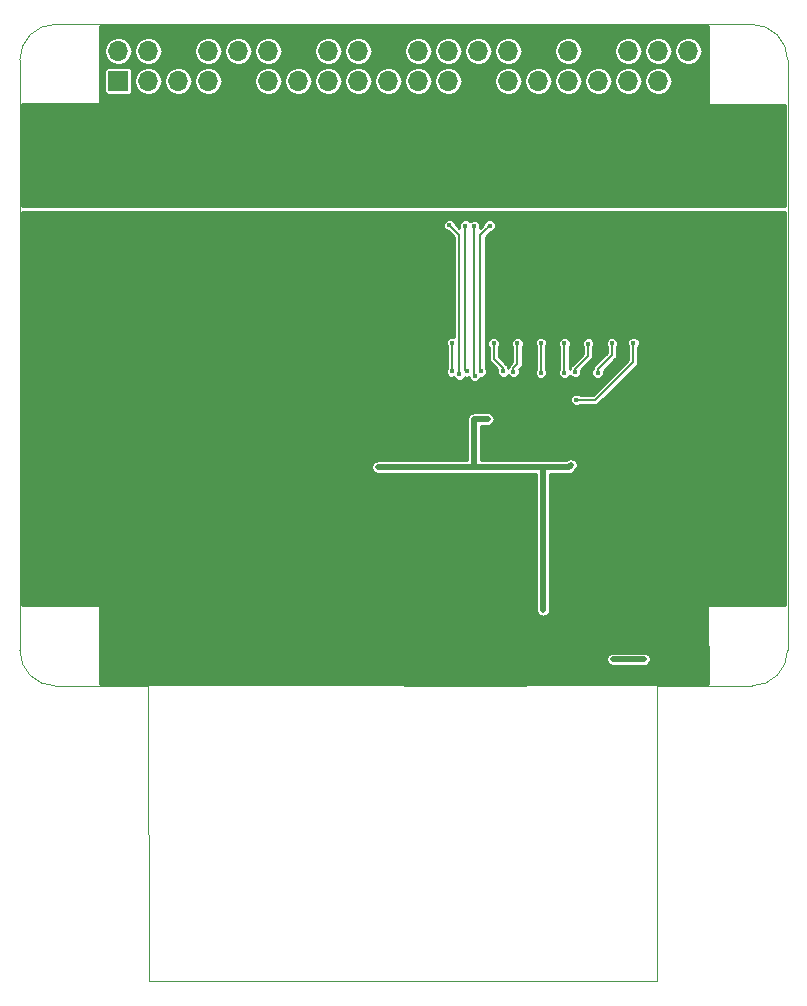
<source format=gbr>
G04 #@! TF.GenerationSoftware,KiCad,Pcbnew,5.0.1-33cea8e~68~ubuntu18.04.1*
G04 #@! TF.CreationDate,2019-02-10T11:00:50+00:00*
G04 #@! TF.ProjectId,LoRa-hat,4C6F52612D6861742E6B696361645F70,rev?*
G04 #@! TF.SameCoordinates,Original*
G04 #@! TF.FileFunction,Copper,L2,Bot,Signal*
G04 #@! TF.FilePolarity,Positive*
%FSLAX46Y46*%
G04 Gerber Fmt 4.6, Leading zero omitted, Abs format (unit mm)*
G04 Created by KiCad (PCBNEW 5.0.1-33cea8e~68~ubuntu18.04.1) date Sun 10 Feb 2019 11:00:50 GMT*
%MOMM*%
%LPD*%
G01*
G04 APERTURE LIST*
G04 #@! TA.AperFunction,NonConductor*
%ADD10C,0.100000*%
G04 #@! TD*
G04 #@! TA.AperFunction,Conductor*
%ADD11C,0.100000*%
G04 #@! TD*
G04 #@! TA.AperFunction,Conductor*
%ADD12C,3.350000*%
G04 #@! TD*
G04 #@! TA.AperFunction,ViaPad*
%ADD13C,0.500000*%
G04 #@! TD*
G04 #@! TA.AperFunction,Conductor*
%ADD14R,43.000000X0.500000*%
G04 #@! TD*
G04 #@! TA.AperFunction,ComponentPad*
%ADD15R,1.700000X1.700000*%
G04 #@! TD*
G04 #@! TA.AperFunction,ComponentPad*
%ADD16O,1.700000X1.700000*%
G04 #@! TD*
G04 #@! TA.AperFunction,ViaPad*
%ADD17C,0.400000*%
G04 #@! TD*
G04 #@! TA.AperFunction,Conductor*
%ADD18C,0.500000*%
G04 #@! TD*
G04 #@! TA.AperFunction,Conductor*
%ADD19C,0.200000*%
G04 #@! TD*
G04 #@! TA.AperFunction,Conductor*
%ADD20C,0.254000*%
G04 #@! TD*
G04 APERTURE END LIST*
D10*
X89440000Y-116820000D02*
X89500000Y-141840000D01*
X132500000Y-141850000D02*
X89500000Y-141840000D01*
X132500000Y-116830000D02*
X132500000Y-141850000D01*
X132500000Y-116830000D02*
X140546356Y-116830000D01*
X81530000Y-116820000D02*
X89440000Y-116820000D01*
X81546356Y-116817611D02*
G75*
G02X78546356Y-113817611I0J3000000D01*
G01*
X143546351Y-113822847D02*
G75*
G02X140546356Y-116817611I-2999995J5236D01*
G01*
X78546356Y-63817611D02*
X78546356Y-113817611D01*
X78546356Y-63817611D02*
G75*
G02X81546356Y-60817611I3000000J0D01*
G01*
X140546356Y-60817611D02*
X81546356Y-60817611D01*
X140546356Y-60817611D02*
G75*
G02X143546356Y-63817611I0J-3000000D01*
G01*
X143546356Y-113817611D02*
X143546356Y-63817611D01*
D11*
G04 #@! TO.N,GNDA*
G04 #@! TO.C,U1*
G36*
X123088377Y-94506210D02*
X123112766Y-94509828D01*
X123136684Y-94515819D01*
X123159899Y-94524125D01*
X123182188Y-94534667D01*
X123203337Y-94547343D01*
X123223141Y-94562031D01*
X123241411Y-94578589D01*
X123257969Y-94596859D01*
X123272657Y-94616663D01*
X123285333Y-94637812D01*
X123295875Y-94660101D01*
X123304181Y-94683316D01*
X123310172Y-94707234D01*
X123313790Y-94731623D01*
X123315000Y-94756250D01*
X123315000Y-97603750D01*
X123313790Y-97628377D01*
X123310172Y-97652766D01*
X123304181Y-97676684D01*
X123295875Y-97699899D01*
X123285333Y-97722188D01*
X123272657Y-97743337D01*
X123257969Y-97763141D01*
X123241411Y-97781411D01*
X123223141Y-97797969D01*
X123203337Y-97812657D01*
X123182188Y-97825333D01*
X123159899Y-97835875D01*
X123136684Y-97844181D01*
X123112766Y-97850172D01*
X123088377Y-97853790D01*
X123063750Y-97855000D01*
X120216250Y-97855000D01*
X120191623Y-97853790D01*
X120167234Y-97850172D01*
X120143316Y-97844181D01*
X120120101Y-97835875D01*
X120097812Y-97825333D01*
X120076663Y-97812657D01*
X120056859Y-97797969D01*
X120038589Y-97781411D01*
X120022031Y-97763141D01*
X120007343Y-97743337D01*
X119994667Y-97722188D01*
X119984125Y-97699899D01*
X119975819Y-97676684D01*
X119969828Y-97652766D01*
X119966210Y-97628377D01*
X119965000Y-97603750D01*
X119965000Y-94756250D01*
X119966210Y-94731623D01*
X119969828Y-94707234D01*
X119975819Y-94683316D01*
X119984125Y-94660101D01*
X119994667Y-94637812D01*
X120007343Y-94616663D01*
X120022031Y-94596859D01*
X120038589Y-94578589D01*
X120056859Y-94562031D01*
X120076663Y-94547343D01*
X120097812Y-94534667D01*
X120120101Y-94524125D01*
X120143316Y-94515819D01*
X120167234Y-94509828D01*
X120191623Y-94506210D01*
X120216250Y-94505000D01*
X123063750Y-94505000D01*
X123088377Y-94506210D01*
X123088377Y-94506210D01*
G37*
D12*
X121640000Y-96180000D03*
D13*
X120215000Y-94755000D03*
X121165000Y-94755000D03*
X122115000Y-94755000D03*
X123065000Y-94755000D03*
X120215000Y-95705000D03*
X121165000Y-95705000D03*
X122115000Y-95705000D03*
X123065000Y-95705000D03*
X120215000Y-96655000D03*
X121165000Y-96655000D03*
X122115000Y-96655000D03*
X123065000Y-96655000D03*
X120215000Y-97605000D03*
X121165000Y-97605000D03*
X122115000Y-97605000D03*
X123065000Y-97605000D03*
G04 #@! TD*
D14*
G04 #@! TO.N,GNDA*
G04 #@! TO.C,A1*
X111000000Y-116620000D03*
G04 #@! TD*
D15*
G04 #@! TO.P,J1,1*
G04 #@! TO.N,Net-(J1-Pad1)*
X86890000Y-65610000D03*
D16*
G04 #@! TO.P,J1,2*
G04 #@! TO.N,+5V*
X86890000Y-63070000D03*
G04 #@! TO.P,J1,3*
G04 #@! TO.N,Net-(J1-Pad3)*
X89430000Y-65610000D03*
G04 #@! TO.P,J1,4*
G04 #@! TO.N,+5V*
X89430000Y-63070000D03*
G04 #@! TO.P,J1,5*
G04 #@! TO.N,Net-(J1-Pad5)*
X91970000Y-65610000D03*
G04 #@! TO.P,J1,6*
G04 #@! TO.N,GND*
X91970000Y-63070000D03*
G04 #@! TO.P,J1,7*
G04 #@! TO.N,Net-(J1-Pad7)*
X94510000Y-65610000D03*
G04 #@! TO.P,J1,8*
G04 #@! TO.N,Net-(J1-Pad8)*
X94510000Y-63070000D03*
G04 #@! TO.P,J1,9*
G04 #@! TO.N,GND*
X97050000Y-65610000D03*
G04 #@! TO.P,J1,10*
G04 #@! TO.N,Net-(J1-Pad10)*
X97050000Y-63070000D03*
G04 #@! TO.P,J1,11*
G04 #@! TO.N,Net-(J1-Pad11)*
X99590000Y-65610000D03*
G04 #@! TO.P,J1,12*
G04 #@! TO.N,Net-(J1-Pad12)*
X99590000Y-63070000D03*
G04 #@! TO.P,J1,13*
G04 #@! TO.N,Net-(J1-Pad13)*
X102130000Y-65610000D03*
G04 #@! TO.P,J1,14*
G04 #@! TO.N,GND*
X102130000Y-63070000D03*
G04 #@! TO.P,J1,15*
G04 #@! TO.N,Net-(J1-Pad15)*
X104670000Y-65610000D03*
G04 #@! TO.P,J1,16*
G04 #@! TO.N,Net-(J1-Pad16)*
X104670000Y-63070000D03*
G04 #@! TO.P,J1,17*
G04 #@! TO.N,Net-(J1-Pad17)*
X107210000Y-65610000D03*
G04 #@! TO.P,J1,18*
G04 #@! TO.N,Net-(J1-Pad18)*
X107210000Y-63070000D03*
G04 #@! TO.P,J1,19*
G04 #@! TO.N,Net-(J1-Pad19)*
X109750000Y-65610000D03*
G04 #@! TO.P,J1,20*
G04 #@! TO.N,GND*
X109750000Y-63070000D03*
G04 #@! TO.P,J1,21*
G04 #@! TO.N,Net-(J1-Pad21)*
X112290000Y-65610000D03*
G04 #@! TO.P,J1,22*
G04 #@! TO.N,Net-(J1-Pad22)*
X112290000Y-63070000D03*
G04 #@! TO.P,J1,23*
G04 #@! TO.N,Net-(J1-Pad23)*
X114830000Y-65610000D03*
G04 #@! TO.P,J1,24*
G04 #@! TO.N,Net-(J1-Pad24)*
X114830000Y-63070000D03*
G04 #@! TO.P,J1,25*
G04 #@! TO.N,GND*
X117370000Y-65610000D03*
G04 #@! TO.P,J1,26*
G04 #@! TO.N,Net-(J1-Pad26)*
X117370000Y-63070000D03*
G04 #@! TO.P,J1,27*
G04 #@! TO.N,Net-(J1-Pad27)*
X119910000Y-65610000D03*
G04 #@! TO.P,J1,28*
G04 #@! TO.N,Net-(J1-Pad28)*
X119910000Y-63070000D03*
G04 #@! TO.P,J1,29*
G04 #@! TO.N,Net-(J1-Pad29)*
X122450000Y-65610000D03*
G04 #@! TO.P,J1,30*
G04 #@! TO.N,GND*
X122450000Y-63070000D03*
G04 #@! TO.P,J1,31*
G04 #@! TO.N,Net-(J1-Pad31)*
X124990000Y-65610000D03*
G04 #@! TO.P,J1,32*
G04 #@! TO.N,Net-(J1-Pad32)*
X124990000Y-63070000D03*
G04 #@! TO.P,J1,33*
G04 #@! TO.N,Net-(J1-Pad33)*
X127530000Y-65610000D03*
G04 #@! TO.P,J1,34*
G04 #@! TO.N,GND*
X127530000Y-63070000D03*
G04 #@! TO.P,J1,35*
G04 #@! TO.N,Net-(J1-Pad35)*
X130070000Y-65610000D03*
G04 #@! TO.P,J1,36*
G04 #@! TO.N,Net-(J1-Pad36)*
X130070000Y-63070000D03*
G04 #@! TO.P,J1,37*
G04 #@! TO.N,Net-(J1-Pad37)*
X132610000Y-65610000D03*
G04 #@! TO.P,J1,38*
G04 #@! TO.N,Net-(J1-Pad38)*
X132610000Y-63070000D03*
G04 #@! TO.P,J1,39*
G04 #@! TO.N,GND*
X135150000Y-65610000D03*
G04 #@! TO.P,J1,40*
G04 #@! TO.N,Net-(J1-Pad40)*
X135150000Y-63070000D03*
G04 #@! TD*
D17*
G04 #@! TO.N,GND*
X80000000Y-70000000D03*
X80000000Y-72500000D03*
X80000000Y-75000000D03*
X82500000Y-75000000D03*
X82500000Y-72500000D03*
X82500000Y-70000000D03*
X85000000Y-72500000D03*
X85000000Y-75000000D03*
X87500000Y-75000000D03*
X87500000Y-72500000D03*
X90000000Y-75000000D03*
X92500000Y-75000000D03*
X95000000Y-75000000D03*
X97500000Y-75000000D03*
X100000000Y-75000000D03*
X102500000Y-75000000D03*
X105000000Y-75000000D03*
X107500000Y-75000000D03*
X107500000Y-72500000D03*
X105000000Y-72500000D03*
X102500000Y-72500000D03*
X100000000Y-72500000D03*
X120000000Y-75000000D03*
X120000000Y-72500000D03*
X120000000Y-70000000D03*
X120000000Y-67500000D03*
X122500000Y-67500000D03*
X122500000Y-70000000D03*
X122500000Y-72500000D03*
X122500000Y-75000000D03*
X125000000Y-75000000D03*
X125000000Y-72500000D03*
X125000000Y-70000000D03*
X125000000Y-67500000D03*
X127500000Y-67500000D03*
X127500000Y-70000000D03*
X127500000Y-72500000D03*
X127500000Y-75000000D03*
X130000000Y-75000000D03*
X130000000Y-72500000D03*
X130000000Y-70000000D03*
X130000000Y-67500000D03*
X132500000Y-67500000D03*
X132500000Y-70000000D03*
X132500000Y-72500000D03*
X132500000Y-75000000D03*
X107500000Y-67500000D03*
X105000000Y-67500000D03*
X102500000Y-67500000D03*
X100000000Y-67500000D03*
X95000000Y-67500000D03*
X92500000Y-67500000D03*
X90000000Y-67500000D03*
X87500000Y-67500000D03*
X110000000Y-75000000D03*
X110000000Y-72500000D03*
X112500000Y-75000000D03*
X112500000Y-72500000D03*
X97500000Y-67500000D03*
D13*
G04 #@! TO.N,+3.3VA*
X125200000Y-98130000D03*
X122850000Y-110380000D03*
X118150010Y-94230000D03*
X117020000Y-98305010D03*
X108890000Y-98310000D03*
G04 #@! TO.N,GNDA*
X80000000Y-77500000D03*
X80000000Y-80000000D03*
X80000000Y-82500000D03*
X80000000Y-85000000D03*
X80000000Y-87500000D03*
X80000000Y-95000000D03*
X80000000Y-90000000D03*
X80000000Y-97500000D03*
X80000000Y-100000000D03*
X80000000Y-92500000D03*
X82500000Y-77500000D03*
X82500000Y-80000000D03*
X82500000Y-85000000D03*
X82500000Y-87500000D03*
X82500000Y-82500000D03*
X85000000Y-82500000D03*
X85000000Y-77500000D03*
X85000000Y-85000000D03*
X85000000Y-80000000D03*
X85000000Y-87500000D03*
X87500000Y-85000000D03*
X87500000Y-80000000D03*
X87500000Y-87500000D03*
X87500000Y-77500000D03*
X87500000Y-82500000D03*
X90000000Y-82500000D03*
X90000000Y-87500000D03*
X90000000Y-85000000D03*
X90000000Y-77500000D03*
X90000000Y-80000000D03*
X92500000Y-77500000D03*
X92500000Y-85000000D03*
X92500000Y-87500000D03*
X92500000Y-80000000D03*
X92500000Y-82500000D03*
X95000000Y-82500000D03*
X95000000Y-77500000D03*
X95000000Y-85000000D03*
X95000000Y-80000000D03*
X95000000Y-87500000D03*
X97500000Y-87500000D03*
X97500000Y-85000000D03*
X97500000Y-77500000D03*
X97500000Y-80000000D03*
X97500000Y-82500000D03*
X100000000Y-77500000D03*
X100000000Y-87500000D03*
X100000000Y-82500000D03*
X100000000Y-80000000D03*
X100000000Y-85000000D03*
X102500000Y-87500000D03*
X102500000Y-80000000D03*
X102500000Y-77500000D03*
X102500000Y-82500000D03*
X102500000Y-85000000D03*
X105000000Y-87500000D03*
X107500000Y-82500000D03*
X107500000Y-80000000D03*
X107500000Y-77500000D03*
X105000000Y-80000000D03*
X105000000Y-77500000D03*
X107500000Y-85000000D03*
X107500000Y-87500000D03*
X105000000Y-82500000D03*
X105000000Y-85000000D03*
X97500000Y-90000000D03*
X90000000Y-90000000D03*
X85000000Y-97500000D03*
X100000000Y-100000000D03*
X82500000Y-95000000D03*
X82500000Y-90000000D03*
X92500000Y-95000000D03*
X95000000Y-100000000D03*
X92500000Y-90000000D03*
X105000000Y-100000000D03*
X97500000Y-100000000D03*
X107500000Y-97500000D03*
X102500000Y-95000000D03*
X90000000Y-97500000D03*
X105000000Y-90000000D03*
X92500000Y-97500000D03*
X102500000Y-92500000D03*
X102500000Y-90000000D03*
X100000000Y-92500000D03*
X90000000Y-100000000D03*
X95000000Y-97500000D03*
X100000000Y-90000000D03*
X92500000Y-92500000D03*
X105000000Y-97500000D03*
X107500000Y-100000000D03*
X82500000Y-97500000D03*
X102500000Y-97500000D03*
X95000000Y-90000000D03*
X87500000Y-95000000D03*
X85000000Y-92500000D03*
X92500000Y-100000000D03*
X95000000Y-92500000D03*
X87500000Y-100000000D03*
X82500000Y-92500000D03*
X85000000Y-100000000D03*
X102500000Y-100000000D03*
X105000000Y-95000000D03*
X90000000Y-92500000D03*
X95000000Y-95000000D03*
X107500000Y-95000000D03*
X97500000Y-95000000D03*
X105000000Y-92500000D03*
X85000000Y-90000000D03*
X90000000Y-95000000D03*
X85000000Y-95000000D03*
X87500000Y-97500000D03*
X97500000Y-92500000D03*
X82500000Y-100000000D03*
X100000000Y-95000000D03*
X87500000Y-90000000D03*
X100000000Y-97500000D03*
X97500000Y-97500000D03*
X87500000Y-92500000D03*
X107500000Y-90000000D03*
X107500000Y-92500000D03*
X87500000Y-107500000D03*
X85000000Y-105000000D03*
X105000000Y-107500000D03*
X95000000Y-107500000D03*
X92500000Y-105000000D03*
X90000000Y-102500000D03*
X85000000Y-102500000D03*
X95000000Y-105000000D03*
X105000000Y-102500000D03*
X87500000Y-105000000D03*
X100000000Y-102500000D03*
X107500000Y-102500000D03*
X107500000Y-107500000D03*
X82500000Y-105000000D03*
X97500000Y-102500000D03*
X87500000Y-102500000D03*
X97500000Y-105000000D03*
X85000000Y-107500000D03*
X102500000Y-107500000D03*
X92500000Y-107500000D03*
X90000000Y-105000000D03*
X102500000Y-105000000D03*
X102500000Y-102500000D03*
X100000000Y-107500000D03*
X82500000Y-107500000D03*
X95000000Y-102500000D03*
X105000000Y-105000000D03*
X92500000Y-102500000D03*
X107500000Y-105000000D03*
X80000000Y-105000000D03*
X80000000Y-107500000D03*
X82500000Y-102500000D03*
X90000000Y-107500000D03*
X97500000Y-107500000D03*
X80000000Y-102500000D03*
X100000000Y-105000000D03*
X97500000Y-115000000D03*
X90000000Y-115000000D03*
X105000000Y-110000000D03*
X95000000Y-110000000D03*
X102500000Y-110000000D03*
X87500000Y-112500000D03*
X100000000Y-115000000D03*
X105000000Y-112500000D03*
X97500000Y-112500000D03*
X100000000Y-112500000D03*
X102500000Y-115000000D03*
X102500000Y-112500000D03*
X92500000Y-112500000D03*
X95000000Y-112500000D03*
X90000000Y-112500000D03*
X105000000Y-115000000D03*
X100000000Y-110000000D03*
X87500000Y-115000000D03*
X97500000Y-110000000D03*
X87500000Y-110000000D03*
X90000000Y-110000000D03*
X107500000Y-110000000D03*
X107500000Y-115000000D03*
X95000000Y-115000000D03*
X92500000Y-115000000D03*
X92500000Y-110000000D03*
X107500000Y-112500000D03*
X120000000Y-82500000D03*
X120000000Y-77500000D03*
X120000000Y-85000000D03*
X120000000Y-80000000D03*
X122500000Y-82500000D03*
X122500000Y-77500000D03*
X122500000Y-80000000D03*
X122500000Y-85000000D03*
X125000000Y-82500000D03*
X125000000Y-77500000D03*
X125000000Y-80000000D03*
X125000000Y-85000000D03*
X127500000Y-82500000D03*
X130000000Y-82500000D03*
X127500000Y-77500000D03*
X130000000Y-77500000D03*
X127500000Y-80000000D03*
X130000000Y-80000000D03*
X127500000Y-85000000D03*
X132500000Y-80000000D03*
X130000000Y-85000000D03*
X132500000Y-77500000D03*
X137500000Y-85000000D03*
X137500000Y-90000000D03*
X140000000Y-80000000D03*
X140000000Y-87500000D03*
X140000000Y-82500000D03*
X137500000Y-77500000D03*
X137500000Y-82500000D03*
X137500000Y-87500000D03*
X137500000Y-80000000D03*
X135000000Y-77500000D03*
X135000000Y-80000000D03*
X140000000Y-90000000D03*
X140000000Y-85000000D03*
X140000000Y-77500000D03*
X142500000Y-77500000D03*
X142500000Y-82500000D03*
X142500000Y-90000000D03*
X142500000Y-80000000D03*
X142500000Y-87500000D03*
X142500000Y-85000000D03*
X140000000Y-92500000D03*
X142500000Y-102500000D03*
X140000000Y-97500000D03*
X142500000Y-105000000D03*
X140000000Y-105000000D03*
X137500000Y-95000000D03*
X140000000Y-95000000D03*
X140000000Y-102500000D03*
X142500000Y-97500000D03*
X137500000Y-92500000D03*
X142500000Y-95000000D03*
X142500000Y-100000000D03*
X137500000Y-100000000D03*
X140000000Y-100000000D03*
X142500000Y-92500000D03*
X137500000Y-97500000D03*
X140000000Y-107500000D03*
X142500000Y-107500000D03*
X127650000Y-106500000D03*
X127650000Y-109000000D03*
X110000000Y-100000000D03*
X110000000Y-102500000D03*
X110000000Y-107500000D03*
X110000000Y-105000000D03*
X110000000Y-110000000D03*
X110000000Y-115000000D03*
X110000000Y-112500000D03*
X115150000Y-109000000D03*
X115150000Y-114000000D03*
X115150000Y-111500000D03*
X115150000Y-106500000D03*
X119450000Y-101500000D03*
X130150000Y-91500000D03*
X112500000Y-82500000D03*
X112500000Y-80000000D03*
X112500000Y-77500000D03*
X112500000Y-85000000D03*
X115000000Y-82500000D03*
X115000000Y-80000000D03*
X115000000Y-85000000D03*
X120150000Y-104000000D03*
X110000000Y-97500000D03*
X110000000Y-92500000D03*
X110000000Y-87500000D03*
X110000000Y-85000000D03*
X110000000Y-77500000D03*
X110000000Y-80000000D03*
X110000000Y-82500000D03*
X110000000Y-90000000D03*
X121150000Y-109330000D03*
X116670000Y-107720000D03*
X122150000Y-102000000D03*
X120150000Y-103000000D03*
X121150000Y-103000000D03*
X121150000Y-102000000D03*
X122150000Y-103000000D03*
X122150000Y-101000000D03*
X122150000Y-109330000D03*
X120150000Y-109330000D03*
X121650000Y-106500000D03*
X120650000Y-106500000D03*
X127650000Y-105250000D03*
X127650000Y-107750000D03*
X127650000Y-110250000D03*
X127650000Y-112750000D03*
X127650000Y-111500000D03*
X120050000Y-100900000D03*
X120650000Y-100300000D03*
X118850000Y-102100000D03*
X118250000Y-102700000D03*
X115150000Y-107750000D03*
X115150000Y-110250000D03*
X115150000Y-112750000D03*
X117550000Y-103400000D03*
X116950000Y-104000000D03*
X121650002Y-107500000D03*
X120650000Y-107500000D03*
X135500000Y-110100000D03*
X135500000Y-110900000D03*
X131100000Y-115300000D03*
X112500000Y-100000000D03*
X112500000Y-102500000D03*
X112500000Y-107500000D03*
X112500000Y-105000000D03*
X112500000Y-110000000D03*
X112500000Y-115000000D03*
X112500000Y-112500000D03*
X112500000Y-90000000D03*
X112500000Y-97500000D03*
X112500000Y-92500000D03*
X112500000Y-87500000D03*
X110000000Y-95000000D03*
X112500000Y-95000000D03*
X132500000Y-85000000D03*
X132500000Y-90000000D03*
X135000000Y-87500000D03*
X135000000Y-82500000D03*
X132500000Y-82500000D03*
X132500000Y-87500000D03*
X135000000Y-90000000D03*
X135000000Y-85000000D03*
X135000000Y-92500000D03*
X135000000Y-97500000D03*
X132500000Y-95000000D03*
X135000000Y-95000000D03*
X132500000Y-92500000D03*
X132500000Y-100000000D03*
X135000000Y-100000000D03*
X132500000Y-97500000D03*
X132614982Y-114314982D03*
X131075018Y-113875018D03*
X131675018Y-113275018D03*
X132017334Y-114912630D03*
X134075018Y-110875018D03*
X133214982Y-113714982D03*
X132275018Y-112675018D03*
X135014982Y-111914982D03*
X134089990Y-110100000D03*
X133475018Y-111475018D03*
X134414982Y-112514982D03*
X132875018Y-112075018D03*
X133814982Y-113114982D03*
D17*
G04 #@! TO.N,Net-(TP1-Pad1)*
X127470000Y-90300000D03*
X128680000Y-87810000D03*
G04 #@! TO.N,Net-(TP6-Pad1)*
X119469290Y-90200002D03*
X118660000Y-87830000D03*
G04 #@! TO.N,Net-(TP7-Pad1)*
X125670000Y-92600000D03*
X130500000Y-87790000D03*
G04 #@! TO.N,Net-(TP8-Pad1)*
X115120000Y-90200002D03*
X115120000Y-87790000D03*
G04 #@! TO.N,Net-(TP2-Pad1)*
X125560000Y-90260000D03*
X126670000Y-87850000D03*
G04 #@! TO.N,Net-(TP3-Pad1)*
X124660000Y-90300000D03*
X124660000Y-87820000D03*
G04 #@! TO.N,Net-(TP4-Pad1)*
X122660000Y-90300000D03*
X122670000Y-87780000D03*
G04 #@! TO.N,Net-(TP5-Pad1)*
X120340000Y-90210000D03*
X120680000Y-87820000D03*
G04 #@! TO.N,Net-(R5-Pad1)*
X117560000Y-90200000D03*
X118330002Y-77859998D03*
G04 #@! TO.N,Net-(R4-Pad1)*
X117049990Y-90570845D03*
X117010000Y-77890000D03*
G04 #@! TO.N,Net-(R3-Pad1)*
X116379990Y-90200002D03*
X116250000Y-77850000D03*
G04 #@! TO.N,Net-(R6-Pad1)*
X114914998Y-77809998D03*
X115770000Y-90460000D03*
D13*
G04 #@! TO.N,/A3*
X128790000Y-114580000D03*
X131390000Y-114580000D03*
G04 #@! TD*
D18*
G04 #@! TO.N,+3.3VA*
X117020000Y-98305010D02*
X117020000Y-94230000D01*
X125200000Y-98130000D02*
X125024990Y-98305010D01*
X125024990Y-98305010D02*
X117020000Y-98305010D01*
X117020000Y-94230000D02*
X118150010Y-94230000D01*
X117786447Y-94230000D02*
X118150010Y-94230000D01*
X122890000Y-98305010D02*
X125024990Y-98305010D01*
X122850000Y-110380000D02*
X122850000Y-98315010D01*
X117015010Y-98310000D02*
X117020000Y-98305010D01*
X108890000Y-98310000D02*
X117015010Y-98310000D01*
D19*
G04 #@! TO.N,GNDA*
X111000000Y-116570000D02*
X109790002Y-116570000D01*
G04 #@! TO.N,Net-(TP1-Pad1)*
X127470000Y-90017158D02*
X128680000Y-88807158D01*
X127470000Y-90300000D02*
X127470000Y-90017158D01*
X128680000Y-88807158D02*
X128680000Y-87810000D01*
G04 #@! TO.N,Net-(TP6-Pad1)*
X119469290Y-89917160D02*
X118660000Y-89107870D01*
X119469290Y-90200002D02*
X119469290Y-89917160D01*
X118660000Y-89107870D02*
X118660000Y-87830000D01*
G04 #@! TO.N,Net-(TP7-Pad1)*
X125670000Y-92600000D02*
X127280000Y-92600000D01*
X127280000Y-92600000D02*
X130500000Y-89380000D01*
X130500000Y-89380000D02*
X130500000Y-87790000D01*
G04 #@! TO.N,Net-(TP8-Pad1)*
X115120000Y-90200002D02*
X115120000Y-89917160D01*
X115120000Y-89917160D02*
X115120000Y-87790000D01*
G04 #@! TO.N,Net-(TP2-Pad1)*
X125560000Y-89977158D02*
X126670000Y-88867158D01*
X125560000Y-90260000D02*
X125560000Y-89977158D01*
X126670000Y-88867158D02*
X126670000Y-87850000D01*
G04 #@! TO.N,Net-(TP3-Pad1)*
X124660000Y-90300000D02*
X124660000Y-87820000D01*
G04 #@! TO.N,Net-(TP4-Pad1)*
X122630000Y-90300000D02*
X122670000Y-90260000D01*
X122670000Y-87820028D02*
X122629972Y-87780000D01*
X122670000Y-90260000D02*
X122670000Y-87820028D01*
G04 #@! TO.N,Net-(TP5-Pad1)*
X120340000Y-89927158D02*
X120680000Y-89587158D01*
X120340000Y-90210000D02*
X120340000Y-89927158D01*
X120680000Y-89587158D02*
X120680000Y-87820000D01*
G04 #@! TO.N,Net-(R5-Pad1)*
X117550000Y-90160000D02*
X117550000Y-78640000D01*
X118130003Y-78059997D02*
X118330002Y-77859998D01*
X117550000Y-78640000D02*
X118130003Y-78059997D01*
G04 #@! TO.N,Net-(R4-Pad1)*
X117010000Y-90530855D02*
X117010000Y-77890000D01*
X117049990Y-90570845D02*
X117010000Y-90530855D01*
G04 #@! TO.N,Net-(R3-Pad1)*
X116260000Y-90080012D02*
X116260000Y-77929994D01*
X116379990Y-90200002D02*
X116260000Y-90080012D01*
G04 #@! TO.N,Net-(R6-Pad1)*
X114914998Y-77809998D02*
X115760000Y-78655000D01*
X115760000Y-78655000D02*
X115760000Y-90428554D01*
D18*
G04 #@! TO.N,/A3*
X128790000Y-114580000D02*
X129143553Y-114580000D01*
X129143553Y-114580000D02*
X131390000Y-114580000D01*
G04 #@! TD*
D20*
G04 #@! TO.N,GNDA*
G36*
X143369356Y-106938353D02*
X143365005Y-109963000D01*
X136891823Y-109963000D01*
X136843222Y-109972667D01*
X136802020Y-110000197D01*
X136774490Y-110041399D01*
X136764823Y-110090154D01*
X136772797Y-116653000D01*
X132517430Y-116653000D01*
X132500000Y-116649533D01*
X132430938Y-116663270D01*
X132386445Y-116693000D01*
X126599756Y-116693000D01*
X116200000Y-116713000D01*
X105810244Y-116693000D01*
X105809875Y-116693000D01*
X95649875Y-116703000D01*
X89574698Y-116703000D01*
X89567609Y-116692391D01*
X89567424Y-116692267D01*
X89567302Y-116692086D01*
X89538427Y-116672892D01*
X89509062Y-116653270D01*
X89508844Y-116653227D01*
X89508661Y-116653105D01*
X89474446Y-116646385D01*
X89457430Y-116643000D01*
X89457214Y-116643000D01*
X89439568Y-116639534D01*
X89422359Y-116643000D01*
X85326773Y-116643000D01*
X85324271Y-114580000D01*
X128201696Y-114580000D01*
X128213000Y-114636829D01*
X128213000Y-114694772D01*
X128235174Y-114748305D01*
X128246478Y-114805134D01*
X128278669Y-114853312D01*
X128300843Y-114906844D01*
X128341814Y-114947815D01*
X128374006Y-114995994D01*
X128422185Y-115028186D01*
X128463156Y-115069157D01*
X128516688Y-115091331D01*
X128564866Y-115123522D01*
X128621695Y-115134826D01*
X128675228Y-115157000D01*
X131504772Y-115157000D01*
X131558305Y-115134826D01*
X131615134Y-115123522D01*
X131663312Y-115091331D01*
X131716844Y-115069157D01*
X131757815Y-115028186D01*
X131805994Y-114995994D01*
X131838186Y-114947815D01*
X131879157Y-114906844D01*
X131901331Y-114853312D01*
X131933522Y-114805134D01*
X131944826Y-114748305D01*
X131967000Y-114694772D01*
X131967000Y-114636829D01*
X131978304Y-114580000D01*
X131967000Y-114523171D01*
X131967000Y-114465228D01*
X131944826Y-114411695D01*
X131933522Y-114354866D01*
X131901331Y-114306688D01*
X131879157Y-114253156D01*
X131838186Y-114212185D01*
X131805994Y-114164006D01*
X131757815Y-114131814D01*
X131716844Y-114090843D01*
X131663312Y-114068669D01*
X131615134Y-114036478D01*
X131558305Y-114025174D01*
X131504772Y-114003000D01*
X128675228Y-114003000D01*
X128621695Y-114025174D01*
X128564866Y-114036478D01*
X128516688Y-114068669D01*
X128463156Y-114090843D01*
X128422185Y-114131814D01*
X128374006Y-114164006D01*
X128341814Y-114212185D01*
X128300843Y-114253156D01*
X128278669Y-114306688D01*
X128246478Y-114354866D01*
X128235174Y-114411695D01*
X128213000Y-114465228D01*
X128213000Y-114523171D01*
X128201696Y-114580000D01*
X85324271Y-114580000D01*
X85318823Y-110089846D01*
X85309097Y-110041257D01*
X85281517Y-110000089D01*
X85240281Y-109972608D01*
X85191823Y-109963000D01*
X78723356Y-109963000D01*
X78723356Y-98310000D01*
X108301696Y-98310000D01*
X108313000Y-98366829D01*
X108313000Y-98424772D01*
X108335174Y-98478305D01*
X108346478Y-98535134D01*
X108378669Y-98583312D01*
X108400843Y-98636844D01*
X108441814Y-98677815D01*
X108474006Y-98725994D01*
X108522185Y-98758186D01*
X108563156Y-98799157D01*
X108616688Y-98821331D01*
X108664866Y-98853522D01*
X108721695Y-98864826D01*
X108775228Y-98887000D01*
X116958182Y-98887000D01*
X117015010Y-98898304D01*
X117071838Y-98887000D01*
X117071839Y-98887000D01*
X117096925Y-98882010D01*
X122273001Y-98882010D01*
X122273000Y-110265228D01*
X122273000Y-110494772D01*
X122295174Y-110548306D01*
X122306478Y-110605133D01*
X122338668Y-110653310D01*
X122360843Y-110706844D01*
X122401814Y-110747815D01*
X122434006Y-110795994D01*
X122482185Y-110828186D01*
X122523156Y-110869157D01*
X122576688Y-110891331D01*
X122624866Y-110923522D01*
X122681695Y-110934826D01*
X122735228Y-110957000D01*
X122793171Y-110957000D01*
X122850000Y-110968304D01*
X122906829Y-110957000D01*
X122964772Y-110957000D01*
X123018305Y-110934826D01*
X123075133Y-110923522D01*
X123123310Y-110891332D01*
X123176844Y-110869157D01*
X123217815Y-110828186D01*
X123265994Y-110795994D01*
X123298186Y-110747815D01*
X123339157Y-110706844D01*
X123361331Y-110653312D01*
X123393522Y-110605134D01*
X123404826Y-110548305D01*
X123427000Y-110494772D01*
X123427000Y-98882010D01*
X124968162Y-98882010D01*
X125024990Y-98893314D01*
X125081818Y-98882010D01*
X125081819Y-98882010D01*
X125250124Y-98848532D01*
X125440984Y-98721004D01*
X125473177Y-98672823D01*
X125648185Y-98497816D01*
X125689157Y-98456844D01*
X125711332Y-98403310D01*
X125743522Y-98355133D01*
X125754826Y-98298305D01*
X125777000Y-98244772D01*
X125777000Y-98186829D01*
X125788304Y-98130000D01*
X125777000Y-98073171D01*
X125777000Y-98015228D01*
X125754826Y-97961695D01*
X125743522Y-97904866D01*
X125711331Y-97856688D01*
X125689157Y-97803156D01*
X125648186Y-97762185D01*
X125615994Y-97714006D01*
X125567815Y-97681814D01*
X125526844Y-97640843D01*
X125473312Y-97618669D01*
X125425134Y-97586478D01*
X125368305Y-97575174D01*
X125314772Y-97553000D01*
X125256829Y-97553000D01*
X125200000Y-97541696D01*
X125143171Y-97553000D01*
X125085228Y-97553000D01*
X125031695Y-97575174D01*
X124974867Y-97586478D01*
X124926690Y-97618668D01*
X124873156Y-97640843D01*
X124785989Y-97728010D01*
X122856556Y-97728010D01*
X122850000Y-97726706D01*
X122843444Y-97728010D01*
X117597000Y-97728010D01*
X117597000Y-94807000D01*
X118264782Y-94807000D01*
X118318315Y-94784826D01*
X118375144Y-94773522D01*
X118423322Y-94741331D01*
X118476854Y-94719157D01*
X118517825Y-94678186D01*
X118566004Y-94645994D01*
X118598196Y-94597815D01*
X118639167Y-94556844D01*
X118661341Y-94503312D01*
X118693532Y-94455134D01*
X118704836Y-94398305D01*
X118727010Y-94344772D01*
X118727010Y-94286829D01*
X118738314Y-94230000D01*
X118727010Y-94173171D01*
X118727010Y-94115228D01*
X118704836Y-94061695D01*
X118693532Y-94004866D01*
X118661341Y-93956688D01*
X118639167Y-93903156D01*
X118598196Y-93862185D01*
X118566004Y-93814006D01*
X118517825Y-93781814D01*
X118476854Y-93740843D01*
X118423322Y-93718669D01*
X118375144Y-93686478D01*
X118318315Y-93675174D01*
X118264782Y-93653000D01*
X117076829Y-93653000D01*
X117020000Y-93641696D01*
X116963171Y-93653000D01*
X116794866Y-93686478D01*
X116604006Y-93814006D01*
X116476478Y-94004866D01*
X116431696Y-94230000D01*
X116443001Y-94286834D01*
X116443000Y-97733000D01*
X108775228Y-97733000D01*
X108721695Y-97755174D01*
X108664866Y-97766478D01*
X108616688Y-97798669D01*
X108563156Y-97820843D01*
X108522185Y-97861814D01*
X108474006Y-97894006D01*
X108441815Y-97942184D01*
X108400843Y-97983156D01*
X108378669Y-98036688D01*
X108346478Y-98084866D01*
X108335174Y-98141695D01*
X108313000Y-98195228D01*
X108313000Y-98253171D01*
X108301696Y-98310000D01*
X78723356Y-98310000D01*
X78723356Y-92495173D01*
X125143000Y-92495173D01*
X125143000Y-92704827D01*
X125223231Y-92898522D01*
X125371478Y-93046769D01*
X125565173Y-93127000D01*
X125774827Y-93127000D01*
X125968522Y-93046769D01*
X125988291Y-93027000D01*
X127237947Y-93027000D01*
X127280000Y-93035365D01*
X127322053Y-93027000D01*
X127322054Y-93027000D01*
X127446607Y-93002225D01*
X127587850Y-92907850D01*
X127611675Y-92872193D01*
X130772196Y-89711673D01*
X130807850Y-89687850D01*
X130902225Y-89546607D01*
X130927000Y-89422054D01*
X130927000Y-89422053D01*
X130935365Y-89380000D01*
X130927000Y-89337946D01*
X130927000Y-88108291D01*
X130946769Y-88088522D01*
X131027000Y-87894827D01*
X131027000Y-87685173D01*
X130946769Y-87491478D01*
X130798522Y-87343231D01*
X130604827Y-87263000D01*
X130395173Y-87263000D01*
X130201478Y-87343231D01*
X130053231Y-87491478D01*
X129973000Y-87685173D01*
X129973000Y-87894827D01*
X130053231Y-88088522D01*
X130073001Y-88108292D01*
X130073000Y-89203131D01*
X127103132Y-92173000D01*
X125988291Y-92173000D01*
X125968522Y-92153231D01*
X125774827Y-92073000D01*
X125565173Y-92073000D01*
X125371478Y-92153231D01*
X125223231Y-92301478D01*
X125143000Y-92495173D01*
X78723356Y-92495173D01*
X78723356Y-77705171D01*
X114387998Y-77705171D01*
X114387998Y-77914825D01*
X114468229Y-78108520D01*
X114616476Y-78256767D01*
X114810171Y-78336998D01*
X114838129Y-78336998D01*
X115333000Y-78831870D01*
X115333001Y-87307807D01*
X115224827Y-87263000D01*
X115015173Y-87263000D01*
X114821478Y-87343231D01*
X114673231Y-87491478D01*
X114593000Y-87685173D01*
X114593000Y-87894827D01*
X114673231Y-88088522D01*
X114693001Y-88108292D01*
X114693000Y-89875106D01*
X114693000Y-89881711D01*
X114673231Y-89901480D01*
X114593000Y-90095175D01*
X114593000Y-90304829D01*
X114673231Y-90498524D01*
X114821478Y-90646771D01*
X115015173Y-90727002D01*
X115224827Y-90727002D01*
X115297676Y-90696827D01*
X115323231Y-90758522D01*
X115471478Y-90906769D01*
X115665173Y-90987000D01*
X115874827Y-90987000D01*
X116068522Y-90906769D01*
X116216769Y-90758522D01*
X116236465Y-90710973D01*
X116275163Y-90727002D01*
X116484817Y-90727002D01*
X116535548Y-90705989D01*
X116603221Y-90869367D01*
X116751468Y-91017614D01*
X116945163Y-91097845D01*
X117154817Y-91097845D01*
X117348512Y-91017614D01*
X117496759Y-90869367D01*
X117555729Y-90727000D01*
X117664827Y-90727000D01*
X117858522Y-90646769D01*
X118006769Y-90498522D01*
X118087000Y-90304827D01*
X118087000Y-90095173D01*
X118006769Y-89901478D01*
X117977000Y-89871709D01*
X117977000Y-87725173D01*
X118133000Y-87725173D01*
X118133000Y-87934827D01*
X118213231Y-88128522D01*
X118233001Y-88148292D01*
X118233000Y-89065817D01*
X118224635Y-89107870D01*
X118233000Y-89149923D01*
X118257775Y-89274476D01*
X118352150Y-89415720D01*
X118387807Y-89439545D01*
X118971915Y-90023654D01*
X118942290Y-90095175D01*
X118942290Y-90304829D01*
X119022521Y-90498524D01*
X119170768Y-90646771D01*
X119364463Y-90727002D01*
X119574117Y-90727002D01*
X119767812Y-90646771D01*
X119899646Y-90514937D01*
X120041478Y-90656769D01*
X120235173Y-90737000D01*
X120444827Y-90737000D01*
X120638522Y-90656769D01*
X120786769Y-90508522D01*
X120867000Y-90314827D01*
X120867000Y-90195173D01*
X122133000Y-90195173D01*
X122133000Y-90404827D01*
X122213231Y-90598522D01*
X122361478Y-90746769D01*
X122555173Y-90827000D01*
X122764827Y-90827000D01*
X122958522Y-90746769D01*
X123106769Y-90598522D01*
X123187000Y-90404827D01*
X123187000Y-90195173D01*
X123106769Y-90001478D01*
X123097000Y-89991709D01*
X123097000Y-88098291D01*
X123116769Y-88078522D01*
X123197000Y-87884827D01*
X123197000Y-87715173D01*
X124133000Y-87715173D01*
X124133000Y-87924827D01*
X124213231Y-88118522D01*
X124233001Y-88138292D01*
X124233000Y-89981709D01*
X124213231Y-90001478D01*
X124133000Y-90195173D01*
X124133000Y-90404827D01*
X124213231Y-90598522D01*
X124361478Y-90746769D01*
X124555173Y-90827000D01*
X124764827Y-90827000D01*
X124958522Y-90746769D01*
X125106769Y-90598522D01*
X125120377Y-90565668D01*
X125261478Y-90706769D01*
X125455173Y-90787000D01*
X125664827Y-90787000D01*
X125858522Y-90706769D01*
X126006769Y-90558522D01*
X126087000Y-90364827D01*
X126087000Y-90195173D01*
X126943000Y-90195173D01*
X126943000Y-90404827D01*
X127023231Y-90598522D01*
X127171478Y-90746769D01*
X127365173Y-90827000D01*
X127574827Y-90827000D01*
X127768522Y-90746769D01*
X127916769Y-90598522D01*
X127997000Y-90404827D01*
X127997000Y-90195173D01*
X127967375Y-90123651D01*
X128952196Y-89138831D01*
X128987850Y-89115008D01*
X129082225Y-88973765D01*
X129107000Y-88849212D01*
X129107000Y-88849211D01*
X129115365Y-88807159D01*
X129107000Y-88765106D01*
X129107000Y-88128291D01*
X129126769Y-88108522D01*
X129207000Y-87914827D01*
X129207000Y-87705173D01*
X129126769Y-87511478D01*
X128978522Y-87363231D01*
X128784827Y-87283000D01*
X128575173Y-87283000D01*
X128381478Y-87363231D01*
X128233231Y-87511478D01*
X128153000Y-87705173D01*
X128153000Y-87914827D01*
X128233231Y-88108522D01*
X128253001Y-88128292D01*
X128253000Y-88630289D01*
X127197805Y-89685485D01*
X127162151Y-89709308D01*
X127067775Y-89850551D01*
X127043000Y-89975104D01*
X127041360Y-89983349D01*
X127023231Y-90001478D01*
X126943000Y-90195173D01*
X126087000Y-90195173D01*
X126087000Y-90155173D01*
X126057375Y-90083651D01*
X126942196Y-89198831D01*
X126977850Y-89175008D01*
X127072225Y-89033765D01*
X127097000Y-88909212D01*
X127097000Y-88909211D01*
X127105365Y-88867159D01*
X127097000Y-88825106D01*
X127097000Y-88168291D01*
X127116769Y-88148522D01*
X127197000Y-87954827D01*
X127197000Y-87745173D01*
X127116769Y-87551478D01*
X126968522Y-87403231D01*
X126774827Y-87323000D01*
X126565173Y-87323000D01*
X126371478Y-87403231D01*
X126223231Y-87551478D01*
X126143000Y-87745173D01*
X126143000Y-87954827D01*
X126223231Y-88148522D01*
X126243001Y-88168292D01*
X126243000Y-88690289D01*
X125287805Y-89645485D01*
X125252151Y-89669308D01*
X125157775Y-89810551D01*
X125134581Y-89927158D01*
X125131360Y-89943349D01*
X125113231Y-89961478D01*
X125099623Y-89994332D01*
X125087000Y-89981709D01*
X125087000Y-88138291D01*
X125106769Y-88118522D01*
X125187000Y-87924827D01*
X125187000Y-87715173D01*
X125106769Y-87521478D01*
X124958522Y-87373231D01*
X124764827Y-87293000D01*
X124555173Y-87293000D01*
X124361478Y-87373231D01*
X124213231Y-87521478D01*
X124133000Y-87715173D01*
X123197000Y-87715173D01*
X123197000Y-87675173D01*
X123116769Y-87481478D01*
X122968522Y-87333231D01*
X122774827Y-87253000D01*
X122565173Y-87253000D01*
X122371478Y-87333231D01*
X122223231Y-87481478D01*
X122143000Y-87675173D01*
X122143000Y-87884827D01*
X122223231Y-88078522D01*
X122243001Y-88098292D01*
X122243000Y-89971709D01*
X122213231Y-90001478D01*
X122133000Y-90195173D01*
X120867000Y-90195173D01*
X120867000Y-90105173D01*
X120837375Y-90033652D01*
X120952196Y-89918831D01*
X120987850Y-89895008D01*
X121082225Y-89753765D01*
X121107000Y-89629212D01*
X121107000Y-89629211D01*
X121115365Y-89587158D01*
X121107000Y-89545104D01*
X121107000Y-88138291D01*
X121126769Y-88118522D01*
X121207000Y-87924827D01*
X121207000Y-87715173D01*
X121126769Y-87521478D01*
X120978522Y-87373231D01*
X120784827Y-87293000D01*
X120575173Y-87293000D01*
X120381478Y-87373231D01*
X120233231Y-87521478D01*
X120153000Y-87715173D01*
X120153000Y-87924827D01*
X120233231Y-88118522D01*
X120253001Y-88138292D01*
X120253000Y-89410289D01*
X120067805Y-89595485D01*
X120032151Y-89619308D01*
X119937775Y-89760551D01*
X119919873Y-89850551D01*
X119911360Y-89893349D01*
X119909644Y-89895065D01*
X119897930Y-89883351D01*
X119871515Y-89750552D01*
X119817229Y-89669308D01*
X119777140Y-89609310D01*
X119741485Y-89585487D01*
X119087000Y-88931002D01*
X119087000Y-88148291D01*
X119106769Y-88128522D01*
X119187000Y-87934827D01*
X119187000Y-87725173D01*
X119106769Y-87531478D01*
X118958522Y-87383231D01*
X118764827Y-87303000D01*
X118555173Y-87303000D01*
X118361478Y-87383231D01*
X118213231Y-87531478D01*
X118133000Y-87725173D01*
X117977000Y-87725173D01*
X117977000Y-78816868D01*
X118406872Y-78386998D01*
X118434829Y-78386998D01*
X118628524Y-78306767D01*
X118776771Y-78158520D01*
X118857002Y-77964825D01*
X118857002Y-77755171D01*
X118776771Y-77561476D01*
X118628524Y-77413229D01*
X118434829Y-77332998D01*
X118225175Y-77332998D01*
X118031480Y-77413229D01*
X117883233Y-77561476D01*
X117803002Y-77755171D01*
X117803002Y-77783128D01*
X117498601Y-78087530D01*
X117537000Y-77994827D01*
X117537000Y-77785173D01*
X117456769Y-77591478D01*
X117308522Y-77443231D01*
X117114827Y-77363000D01*
X116905173Y-77363000D01*
X116711478Y-77443231D01*
X116650000Y-77504709D01*
X116548522Y-77403231D01*
X116354827Y-77323000D01*
X116145173Y-77323000D01*
X115951478Y-77403231D01*
X115803231Y-77551478D01*
X115723000Y-77745173D01*
X115723000Y-77954827D01*
X115764934Y-78056065D01*
X115441998Y-77733129D01*
X115441998Y-77705171D01*
X115361767Y-77511476D01*
X115213520Y-77363229D01*
X115019825Y-77282998D01*
X114810171Y-77282998D01*
X114616476Y-77363229D01*
X114468229Y-77511476D01*
X114387998Y-77705171D01*
X78723356Y-77705171D01*
X78723356Y-76727000D01*
X143369357Y-76727000D01*
X143369356Y-106938353D01*
X143369356Y-106938353D01*
G37*
X143369356Y-106938353D02*
X143365005Y-109963000D01*
X136891823Y-109963000D01*
X136843222Y-109972667D01*
X136802020Y-110000197D01*
X136774490Y-110041399D01*
X136764823Y-110090154D01*
X136772797Y-116653000D01*
X132517430Y-116653000D01*
X132500000Y-116649533D01*
X132430938Y-116663270D01*
X132386445Y-116693000D01*
X126599756Y-116693000D01*
X116200000Y-116713000D01*
X105810244Y-116693000D01*
X105809875Y-116693000D01*
X95649875Y-116703000D01*
X89574698Y-116703000D01*
X89567609Y-116692391D01*
X89567424Y-116692267D01*
X89567302Y-116692086D01*
X89538427Y-116672892D01*
X89509062Y-116653270D01*
X89508844Y-116653227D01*
X89508661Y-116653105D01*
X89474446Y-116646385D01*
X89457430Y-116643000D01*
X89457214Y-116643000D01*
X89439568Y-116639534D01*
X89422359Y-116643000D01*
X85326773Y-116643000D01*
X85324271Y-114580000D01*
X128201696Y-114580000D01*
X128213000Y-114636829D01*
X128213000Y-114694772D01*
X128235174Y-114748305D01*
X128246478Y-114805134D01*
X128278669Y-114853312D01*
X128300843Y-114906844D01*
X128341814Y-114947815D01*
X128374006Y-114995994D01*
X128422185Y-115028186D01*
X128463156Y-115069157D01*
X128516688Y-115091331D01*
X128564866Y-115123522D01*
X128621695Y-115134826D01*
X128675228Y-115157000D01*
X131504772Y-115157000D01*
X131558305Y-115134826D01*
X131615134Y-115123522D01*
X131663312Y-115091331D01*
X131716844Y-115069157D01*
X131757815Y-115028186D01*
X131805994Y-114995994D01*
X131838186Y-114947815D01*
X131879157Y-114906844D01*
X131901331Y-114853312D01*
X131933522Y-114805134D01*
X131944826Y-114748305D01*
X131967000Y-114694772D01*
X131967000Y-114636829D01*
X131978304Y-114580000D01*
X131967000Y-114523171D01*
X131967000Y-114465228D01*
X131944826Y-114411695D01*
X131933522Y-114354866D01*
X131901331Y-114306688D01*
X131879157Y-114253156D01*
X131838186Y-114212185D01*
X131805994Y-114164006D01*
X131757815Y-114131814D01*
X131716844Y-114090843D01*
X131663312Y-114068669D01*
X131615134Y-114036478D01*
X131558305Y-114025174D01*
X131504772Y-114003000D01*
X128675228Y-114003000D01*
X128621695Y-114025174D01*
X128564866Y-114036478D01*
X128516688Y-114068669D01*
X128463156Y-114090843D01*
X128422185Y-114131814D01*
X128374006Y-114164006D01*
X128341814Y-114212185D01*
X128300843Y-114253156D01*
X128278669Y-114306688D01*
X128246478Y-114354866D01*
X128235174Y-114411695D01*
X128213000Y-114465228D01*
X128213000Y-114523171D01*
X128201696Y-114580000D01*
X85324271Y-114580000D01*
X85318823Y-110089846D01*
X85309097Y-110041257D01*
X85281517Y-110000089D01*
X85240281Y-109972608D01*
X85191823Y-109963000D01*
X78723356Y-109963000D01*
X78723356Y-98310000D01*
X108301696Y-98310000D01*
X108313000Y-98366829D01*
X108313000Y-98424772D01*
X108335174Y-98478305D01*
X108346478Y-98535134D01*
X108378669Y-98583312D01*
X108400843Y-98636844D01*
X108441814Y-98677815D01*
X108474006Y-98725994D01*
X108522185Y-98758186D01*
X108563156Y-98799157D01*
X108616688Y-98821331D01*
X108664866Y-98853522D01*
X108721695Y-98864826D01*
X108775228Y-98887000D01*
X116958182Y-98887000D01*
X117015010Y-98898304D01*
X117071838Y-98887000D01*
X117071839Y-98887000D01*
X117096925Y-98882010D01*
X122273001Y-98882010D01*
X122273000Y-110265228D01*
X122273000Y-110494772D01*
X122295174Y-110548306D01*
X122306478Y-110605133D01*
X122338668Y-110653310D01*
X122360843Y-110706844D01*
X122401814Y-110747815D01*
X122434006Y-110795994D01*
X122482185Y-110828186D01*
X122523156Y-110869157D01*
X122576688Y-110891331D01*
X122624866Y-110923522D01*
X122681695Y-110934826D01*
X122735228Y-110957000D01*
X122793171Y-110957000D01*
X122850000Y-110968304D01*
X122906829Y-110957000D01*
X122964772Y-110957000D01*
X123018305Y-110934826D01*
X123075133Y-110923522D01*
X123123310Y-110891332D01*
X123176844Y-110869157D01*
X123217815Y-110828186D01*
X123265994Y-110795994D01*
X123298186Y-110747815D01*
X123339157Y-110706844D01*
X123361331Y-110653312D01*
X123393522Y-110605134D01*
X123404826Y-110548305D01*
X123427000Y-110494772D01*
X123427000Y-98882010D01*
X124968162Y-98882010D01*
X125024990Y-98893314D01*
X125081818Y-98882010D01*
X125081819Y-98882010D01*
X125250124Y-98848532D01*
X125440984Y-98721004D01*
X125473177Y-98672823D01*
X125648185Y-98497816D01*
X125689157Y-98456844D01*
X125711332Y-98403310D01*
X125743522Y-98355133D01*
X125754826Y-98298305D01*
X125777000Y-98244772D01*
X125777000Y-98186829D01*
X125788304Y-98130000D01*
X125777000Y-98073171D01*
X125777000Y-98015228D01*
X125754826Y-97961695D01*
X125743522Y-97904866D01*
X125711331Y-97856688D01*
X125689157Y-97803156D01*
X125648186Y-97762185D01*
X125615994Y-97714006D01*
X125567815Y-97681814D01*
X125526844Y-97640843D01*
X125473312Y-97618669D01*
X125425134Y-97586478D01*
X125368305Y-97575174D01*
X125314772Y-97553000D01*
X125256829Y-97553000D01*
X125200000Y-97541696D01*
X125143171Y-97553000D01*
X125085228Y-97553000D01*
X125031695Y-97575174D01*
X124974867Y-97586478D01*
X124926690Y-97618668D01*
X124873156Y-97640843D01*
X124785989Y-97728010D01*
X122856556Y-97728010D01*
X122850000Y-97726706D01*
X122843444Y-97728010D01*
X117597000Y-97728010D01*
X117597000Y-94807000D01*
X118264782Y-94807000D01*
X118318315Y-94784826D01*
X118375144Y-94773522D01*
X118423322Y-94741331D01*
X118476854Y-94719157D01*
X118517825Y-94678186D01*
X118566004Y-94645994D01*
X118598196Y-94597815D01*
X118639167Y-94556844D01*
X118661341Y-94503312D01*
X118693532Y-94455134D01*
X118704836Y-94398305D01*
X118727010Y-94344772D01*
X118727010Y-94286829D01*
X118738314Y-94230000D01*
X118727010Y-94173171D01*
X118727010Y-94115228D01*
X118704836Y-94061695D01*
X118693532Y-94004866D01*
X118661341Y-93956688D01*
X118639167Y-93903156D01*
X118598196Y-93862185D01*
X118566004Y-93814006D01*
X118517825Y-93781814D01*
X118476854Y-93740843D01*
X118423322Y-93718669D01*
X118375144Y-93686478D01*
X118318315Y-93675174D01*
X118264782Y-93653000D01*
X117076829Y-93653000D01*
X117020000Y-93641696D01*
X116963171Y-93653000D01*
X116794866Y-93686478D01*
X116604006Y-93814006D01*
X116476478Y-94004866D01*
X116431696Y-94230000D01*
X116443001Y-94286834D01*
X116443000Y-97733000D01*
X108775228Y-97733000D01*
X108721695Y-97755174D01*
X108664866Y-97766478D01*
X108616688Y-97798669D01*
X108563156Y-97820843D01*
X108522185Y-97861814D01*
X108474006Y-97894006D01*
X108441815Y-97942184D01*
X108400843Y-97983156D01*
X108378669Y-98036688D01*
X108346478Y-98084866D01*
X108335174Y-98141695D01*
X108313000Y-98195228D01*
X108313000Y-98253171D01*
X108301696Y-98310000D01*
X78723356Y-98310000D01*
X78723356Y-92495173D01*
X125143000Y-92495173D01*
X125143000Y-92704827D01*
X125223231Y-92898522D01*
X125371478Y-93046769D01*
X125565173Y-93127000D01*
X125774827Y-93127000D01*
X125968522Y-93046769D01*
X125988291Y-93027000D01*
X127237947Y-93027000D01*
X127280000Y-93035365D01*
X127322053Y-93027000D01*
X127322054Y-93027000D01*
X127446607Y-93002225D01*
X127587850Y-92907850D01*
X127611675Y-92872193D01*
X130772196Y-89711673D01*
X130807850Y-89687850D01*
X130902225Y-89546607D01*
X130927000Y-89422054D01*
X130927000Y-89422053D01*
X130935365Y-89380000D01*
X130927000Y-89337946D01*
X130927000Y-88108291D01*
X130946769Y-88088522D01*
X131027000Y-87894827D01*
X131027000Y-87685173D01*
X130946769Y-87491478D01*
X130798522Y-87343231D01*
X130604827Y-87263000D01*
X130395173Y-87263000D01*
X130201478Y-87343231D01*
X130053231Y-87491478D01*
X129973000Y-87685173D01*
X129973000Y-87894827D01*
X130053231Y-88088522D01*
X130073001Y-88108292D01*
X130073000Y-89203131D01*
X127103132Y-92173000D01*
X125988291Y-92173000D01*
X125968522Y-92153231D01*
X125774827Y-92073000D01*
X125565173Y-92073000D01*
X125371478Y-92153231D01*
X125223231Y-92301478D01*
X125143000Y-92495173D01*
X78723356Y-92495173D01*
X78723356Y-77705171D01*
X114387998Y-77705171D01*
X114387998Y-77914825D01*
X114468229Y-78108520D01*
X114616476Y-78256767D01*
X114810171Y-78336998D01*
X114838129Y-78336998D01*
X115333000Y-78831870D01*
X115333001Y-87307807D01*
X115224827Y-87263000D01*
X115015173Y-87263000D01*
X114821478Y-87343231D01*
X114673231Y-87491478D01*
X114593000Y-87685173D01*
X114593000Y-87894827D01*
X114673231Y-88088522D01*
X114693001Y-88108292D01*
X114693000Y-89875106D01*
X114693000Y-89881711D01*
X114673231Y-89901480D01*
X114593000Y-90095175D01*
X114593000Y-90304829D01*
X114673231Y-90498524D01*
X114821478Y-90646771D01*
X115015173Y-90727002D01*
X115224827Y-90727002D01*
X115297676Y-90696827D01*
X115323231Y-90758522D01*
X115471478Y-90906769D01*
X115665173Y-90987000D01*
X115874827Y-90987000D01*
X116068522Y-90906769D01*
X116216769Y-90758522D01*
X116236465Y-90710973D01*
X116275163Y-90727002D01*
X116484817Y-90727002D01*
X116535548Y-90705989D01*
X116603221Y-90869367D01*
X116751468Y-91017614D01*
X116945163Y-91097845D01*
X117154817Y-91097845D01*
X117348512Y-91017614D01*
X117496759Y-90869367D01*
X117555729Y-90727000D01*
X117664827Y-90727000D01*
X117858522Y-90646769D01*
X118006769Y-90498522D01*
X118087000Y-90304827D01*
X118087000Y-90095173D01*
X118006769Y-89901478D01*
X117977000Y-89871709D01*
X117977000Y-87725173D01*
X118133000Y-87725173D01*
X118133000Y-87934827D01*
X118213231Y-88128522D01*
X118233001Y-88148292D01*
X118233000Y-89065817D01*
X118224635Y-89107870D01*
X118233000Y-89149923D01*
X118257775Y-89274476D01*
X118352150Y-89415720D01*
X118387807Y-89439545D01*
X118971915Y-90023654D01*
X118942290Y-90095175D01*
X118942290Y-90304829D01*
X119022521Y-90498524D01*
X119170768Y-90646771D01*
X119364463Y-90727002D01*
X119574117Y-90727002D01*
X119767812Y-90646771D01*
X119899646Y-90514937D01*
X120041478Y-90656769D01*
X120235173Y-90737000D01*
X120444827Y-90737000D01*
X120638522Y-90656769D01*
X120786769Y-90508522D01*
X120867000Y-90314827D01*
X120867000Y-90195173D01*
X122133000Y-90195173D01*
X122133000Y-90404827D01*
X122213231Y-90598522D01*
X122361478Y-90746769D01*
X122555173Y-90827000D01*
X122764827Y-90827000D01*
X122958522Y-90746769D01*
X123106769Y-90598522D01*
X123187000Y-90404827D01*
X123187000Y-90195173D01*
X123106769Y-90001478D01*
X123097000Y-89991709D01*
X123097000Y-88098291D01*
X123116769Y-88078522D01*
X123197000Y-87884827D01*
X123197000Y-87715173D01*
X124133000Y-87715173D01*
X124133000Y-87924827D01*
X124213231Y-88118522D01*
X124233001Y-88138292D01*
X124233000Y-89981709D01*
X124213231Y-90001478D01*
X124133000Y-90195173D01*
X124133000Y-90404827D01*
X124213231Y-90598522D01*
X124361478Y-90746769D01*
X124555173Y-90827000D01*
X124764827Y-90827000D01*
X124958522Y-90746769D01*
X125106769Y-90598522D01*
X125120377Y-90565668D01*
X125261478Y-90706769D01*
X125455173Y-90787000D01*
X125664827Y-90787000D01*
X125858522Y-90706769D01*
X126006769Y-90558522D01*
X126087000Y-90364827D01*
X126087000Y-90195173D01*
X126943000Y-90195173D01*
X126943000Y-90404827D01*
X127023231Y-90598522D01*
X127171478Y-90746769D01*
X127365173Y-90827000D01*
X127574827Y-90827000D01*
X127768522Y-90746769D01*
X127916769Y-90598522D01*
X127997000Y-90404827D01*
X127997000Y-90195173D01*
X127967375Y-90123651D01*
X128952196Y-89138831D01*
X128987850Y-89115008D01*
X129082225Y-88973765D01*
X129107000Y-88849212D01*
X129107000Y-88849211D01*
X129115365Y-88807159D01*
X129107000Y-88765106D01*
X129107000Y-88128291D01*
X129126769Y-88108522D01*
X129207000Y-87914827D01*
X129207000Y-87705173D01*
X129126769Y-87511478D01*
X128978522Y-87363231D01*
X128784827Y-87283000D01*
X128575173Y-87283000D01*
X128381478Y-87363231D01*
X128233231Y-87511478D01*
X128153000Y-87705173D01*
X128153000Y-87914827D01*
X128233231Y-88108522D01*
X128253001Y-88128292D01*
X128253000Y-88630289D01*
X127197805Y-89685485D01*
X127162151Y-89709308D01*
X127067775Y-89850551D01*
X127043000Y-89975104D01*
X127041360Y-89983349D01*
X127023231Y-90001478D01*
X126943000Y-90195173D01*
X126087000Y-90195173D01*
X126087000Y-90155173D01*
X126057375Y-90083651D01*
X126942196Y-89198831D01*
X126977850Y-89175008D01*
X127072225Y-89033765D01*
X127097000Y-88909212D01*
X127097000Y-88909211D01*
X127105365Y-88867159D01*
X127097000Y-88825106D01*
X127097000Y-88168291D01*
X127116769Y-88148522D01*
X127197000Y-87954827D01*
X127197000Y-87745173D01*
X127116769Y-87551478D01*
X126968522Y-87403231D01*
X126774827Y-87323000D01*
X126565173Y-87323000D01*
X126371478Y-87403231D01*
X126223231Y-87551478D01*
X126143000Y-87745173D01*
X126143000Y-87954827D01*
X126223231Y-88148522D01*
X126243001Y-88168292D01*
X126243000Y-88690289D01*
X125287805Y-89645485D01*
X125252151Y-89669308D01*
X125157775Y-89810551D01*
X125134581Y-89927158D01*
X125131360Y-89943349D01*
X125113231Y-89961478D01*
X125099623Y-89994332D01*
X125087000Y-89981709D01*
X125087000Y-88138291D01*
X125106769Y-88118522D01*
X125187000Y-87924827D01*
X125187000Y-87715173D01*
X125106769Y-87521478D01*
X124958522Y-87373231D01*
X124764827Y-87293000D01*
X124555173Y-87293000D01*
X124361478Y-87373231D01*
X124213231Y-87521478D01*
X124133000Y-87715173D01*
X123197000Y-87715173D01*
X123197000Y-87675173D01*
X123116769Y-87481478D01*
X122968522Y-87333231D01*
X122774827Y-87253000D01*
X122565173Y-87253000D01*
X122371478Y-87333231D01*
X122223231Y-87481478D01*
X122143000Y-87675173D01*
X122143000Y-87884827D01*
X122223231Y-88078522D01*
X122243001Y-88098292D01*
X122243000Y-89971709D01*
X122213231Y-90001478D01*
X122133000Y-90195173D01*
X120867000Y-90195173D01*
X120867000Y-90105173D01*
X120837375Y-90033652D01*
X120952196Y-89918831D01*
X120987850Y-89895008D01*
X121082225Y-89753765D01*
X121107000Y-89629212D01*
X121107000Y-89629211D01*
X121115365Y-89587158D01*
X121107000Y-89545104D01*
X121107000Y-88138291D01*
X121126769Y-88118522D01*
X121207000Y-87924827D01*
X121207000Y-87715173D01*
X121126769Y-87521478D01*
X120978522Y-87373231D01*
X120784827Y-87293000D01*
X120575173Y-87293000D01*
X120381478Y-87373231D01*
X120233231Y-87521478D01*
X120153000Y-87715173D01*
X120153000Y-87924827D01*
X120233231Y-88118522D01*
X120253001Y-88138292D01*
X120253000Y-89410289D01*
X120067805Y-89595485D01*
X120032151Y-89619308D01*
X119937775Y-89760551D01*
X119919873Y-89850551D01*
X119911360Y-89893349D01*
X119909644Y-89895065D01*
X119897930Y-89883351D01*
X119871515Y-89750552D01*
X119817229Y-89669308D01*
X119777140Y-89609310D01*
X119741485Y-89585487D01*
X119087000Y-88931002D01*
X119087000Y-88148291D01*
X119106769Y-88128522D01*
X119187000Y-87934827D01*
X119187000Y-87725173D01*
X119106769Y-87531478D01*
X118958522Y-87383231D01*
X118764827Y-87303000D01*
X118555173Y-87303000D01*
X118361478Y-87383231D01*
X118213231Y-87531478D01*
X118133000Y-87725173D01*
X117977000Y-87725173D01*
X117977000Y-78816868D01*
X118406872Y-78386998D01*
X118434829Y-78386998D01*
X118628524Y-78306767D01*
X118776771Y-78158520D01*
X118857002Y-77964825D01*
X118857002Y-77755171D01*
X118776771Y-77561476D01*
X118628524Y-77413229D01*
X118434829Y-77332998D01*
X118225175Y-77332998D01*
X118031480Y-77413229D01*
X117883233Y-77561476D01*
X117803002Y-77755171D01*
X117803002Y-77783128D01*
X117498601Y-78087530D01*
X117537000Y-77994827D01*
X117537000Y-77785173D01*
X117456769Y-77591478D01*
X117308522Y-77443231D01*
X117114827Y-77363000D01*
X116905173Y-77363000D01*
X116711478Y-77443231D01*
X116650000Y-77504709D01*
X116548522Y-77403231D01*
X116354827Y-77323000D01*
X116145173Y-77323000D01*
X115951478Y-77403231D01*
X115803231Y-77551478D01*
X115723000Y-77745173D01*
X115723000Y-77954827D01*
X115764934Y-78056065D01*
X115441998Y-77733129D01*
X115441998Y-77705171D01*
X115361767Y-77511476D01*
X115213520Y-77363229D01*
X115019825Y-77282998D01*
X114810171Y-77282998D01*
X114616476Y-77363229D01*
X114468229Y-77511476D01*
X114387998Y-77705171D01*
X78723356Y-77705171D01*
X78723356Y-76727000D01*
X143369357Y-76727000D01*
X143369356Y-106938353D01*
G04 #@! TO.N,GND*
G36*
X136773000Y-67480000D02*
X136782667Y-67528601D01*
X136810197Y-67569803D01*
X136851399Y-67597333D01*
X136900000Y-67607000D01*
X143369357Y-67607000D01*
X143369357Y-76193000D01*
X78723356Y-76193000D01*
X78723356Y-67567000D01*
X85210000Y-67567000D01*
X85258601Y-67557333D01*
X85299803Y-67529803D01*
X85327333Y-67488601D01*
X85337000Y-67439808D01*
X85332946Y-64760000D01*
X85706594Y-64760000D01*
X85706594Y-66460000D01*
X85731973Y-66587589D01*
X85804246Y-66695754D01*
X85912411Y-66768027D01*
X86040000Y-66793406D01*
X87740000Y-66793406D01*
X87867589Y-66768027D01*
X87975754Y-66695754D01*
X88048027Y-66587589D01*
X88073406Y-66460000D01*
X88073406Y-65610000D01*
X88229942Y-65610000D01*
X88321291Y-66069242D01*
X88581431Y-66458569D01*
X88970758Y-66718709D01*
X89314080Y-66787000D01*
X89545920Y-66787000D01*
X89889242Y-66718709D01*
X90278569Y-66458569D01*
X90538709Y-66069242D01*
X90630058Y-65610000D01*
X90769942Y-65610000D01*
X90861291Y-66069242D01*
X91121431Y-66458569D01*
X91510758Y-66718709D01*
X91854080Y-66787000D01*
X92085920Y-66787000D01*
X92429242Y-66718709D01*
X92818569Y-66458569D01*
X93078709Y-66069242D01*
X93170058Y-65610000D01*
X93309942Y-65610000D01*
X93401291Y-66069242D01*
X93661431Y-66458569D01*
X94050758Y-66718709D01*
X94394080Y-66787000D01*
X94625920Y-66787000D01*
X94969242Y-66718709D01*
X95358569Y-66458569D01*
X95618709Y-66069242D01*
X95710058Y-65610000D01*
X98389942Y-65610000D01*
X98481291Y-66069242D01*
X98741431Y-66458569D01*
X99130758Y-66718709D01*
X99474080Y-66787000D01*
X99705920Y-66787000D01*
X100049242Y-66718709D01*
X100438569Y-66458569D01*
X100698709Y-66069242D01*
X100790058Y-65610000D01*
X100929942Y-65610000D01*
X101021291Y-66069242D01*
X101281431Y-66458569D01*
X101670758Y-66718709D01*
X102014080Y-66787000D01*
X102245920Y-66787000D01*
X102589242Y-66718709D01*
X102978569Y-66458569D01*
X103238709Y-66069242D01*
X103330058Y-65610000D01*
X103469942Y-65610000D01*
X103561291Y-66069242D01*
X103821431Y-66458569D01*
X104210758Y-66718709D01*
X104554080Y-66787000D01*
X104785920Y-66787000D01*
X105129242Y-66718709D01*
X105518569Y-66458569D01*
X105778709Y-66069242D01*
X105870058Y-65610000D01*
X106009942Y-65610000D01*
X106101291Y-66069242D01*
X106361431Y-66458569D01*
X106750758Y-66718709D01*
X107094080Y-66787000D01*
X107325920Y-66787000D01*
X107669242Y-66718709D01*
X108058569Y-66458569D01*
X108318709Y-66069242D01*
X108410058Y-65610000D01*
X108549942Y-65610000D01*
X108641291Y-66069242D01*
X108901431Y-66458569D01*
X109290758Y-66718709D01*
X109634080Y-66787000D01*
X109865920Y-66787000D01*
X110209242Y-66718709D01*
X110598569Y-66458569D01*
X110858709Y-66069242D01*
X110950058Y-65610000D01*
X111089942Y-65610000D01*
X111181291Y-66069242D01*
X111441431Y-66458569D01*
X111830758Y-66718709D01*
X112174080Y-66787000D01*
X112405920Y-66787000D01*
X112749242Y-66718709D01*
X113138569Y-66458569D01*
X113398709Y-66069242D01*
X113490058Y-65610000D01*
X113629942Y-65610000D01*
X113721291Y-66069242D01*
X113981431Y-66458569D01*
X114370758Y-66718709D01*
X114714080Y-66787000D01*
X114945920Y-66787000D01*
X115289242Y-66718709D01*
X115678569Y-66458569D01*
X115938709Y-66069242D01*
X116030058Y-65610000D01*
X118709942Y-65610000D01*
X118801291Y-66069242D01*
X119061431Y-66458569D01*
X119450758Y-66718709D01*
X119794080Y-66787000D01*
X120025920Y-66787000D01*
X120369242Y-66718709D01*
X120758569Y-66458569D01*
X121018709Y-66069242D01*
X121110058Y-65610000D01*
X121249942Y-65610000D01*
X121341291Y-66069242D01*
X121601431Y-66458569D01*
X121990758Y-66718709D01*
X122334080Y-66787000D01*
X122565920Y-66787000D01*
X122909242Y-66718709D01*
X123298569Y-66458569D01*
X123558709Y-66069242D01*
X123650058Y-65610000D01*
X123789942Y-65610000D01*
X123881291Y-66069242D01*
X124141431Y-66458569D01*
X124530758Y-66718709D01*
X124874080Y-66787000D01*
X125105920Y-66787000D01*
X125449242Y-66718709D01*
X125838569Y-66458569D01*
X126098709Y-66069242D01*
X126190058Y-65610000D01*
X126329942Y-65610000D01*
X126421291Y-66069242D01*
X126681431Y-66458569D01*
X127070758Y-66718709D01*
X127414080Y-66787000D01*
X127645920Y-66787000D01*
X127989242Y-66718709D01*
X128378569Y-66458569D01*
X128638709Y-66069242D01*
X128730058Y-65610000D01*
X128869942Y-65610000D01*
X128961291Y-66069242D01*
X129221431Y-66458569D01*
X129610758Y-66718709D01*
X129954080Y-66787000D01*
X130185920Y-66787000D01*
X130529242Y-66718709D01*
X130918569Y-66458569D01*
X131178709Y-66069242D01*
X131270058Y-65610000D01*
X131409942Y-65610000D01*
X131501291Y-66069242D01*
X131761431Y-66458569D01*
X132150758Y-66718709D01*
X132494080Y-66787000D01*
X132725920Y-66787000D01*
X133069242Y-66718709D01*
X133458569Y-66458569D01*
X133718709Y-66069242D01*
X133810058Y-65610000D01*
X133718709Y-65150758D01*
X133458569Y-64761431D01*
X133069242Y-64501291D01*
X132725920Y-64433000D01*
X132494080Y-64433000D01*
X132150758Y-64501291D01*
X131761431Y-64761431D01*
X131501291Y-65150758D01*
X131409942Y-65610000D01*
X131270058Y-65610000D01*
X131178709Y-65150758D01*
X130918569Y-64761431D01*
X130529242Y-64501291D01*
X130185920Y-64433000D01*
X129954080Y-64433000D01*
X129610758Y-64501291D01*
X129221431Y-64761431D01*
X128961291Y-65150758D01*
X128869942Y-65610000D01*
X128730058Y-65610000D01*
X128638709Y-65150758D01*
X128378569Y-64761431D01*
X127989242Y-64501291D01*
X127645920Y-64433000D01*
X127414080Y-64433000D01*
X127070758Y-64501291D01*
X126681431Y-64761431D01*
X126421291Y-65150758D01*
X126329942Y-65610000D01*
X126190058Y-65610000D01*
X126098709Y-65150758D01*
X125838569Y-64761431D01*
X125449242Y-64501291D01*
X125105920Y-64433000D01*
X124874080Y-64433000D01*
X124530758Y-64501291D01*
X124141431Y-64761431D01*
X123881291Y-65150758D01*
X123789942Y-65610000D01*
X123650058Y-65610000D01*
X123558709Y-65150758D01*
X123298569Y-64761431D01*
X122909242Y-64501291D01*
X122565920Y-64433000D01*
X122334080Y-64433000D01*
X121990758Y-64501291D01*
X121601431Y-64761431D01*
X121341291Y-65150758D01*
X121249942Y-65610000D01*
X121110058Y-65610000D01*
X121018709Y-65150758D01*
X120758569Y-64761431D01*
X120369242Y-64501291D01*
X120025920Y-64433000D01*
X119794080Y-64433000D01*
X119450758Y-64501291D01*
X119061431Y-64761431D01*
X118801291Y-65150758D01*
X118709942Y-65610000D01*
X116030058Y-65610000D01*
X115938709Y-65150758D01*
X115678569Y-64761431D01*
X115289242Y-64501291D01*
X114945920Y-64433000D01*
X114714080Y-64433000D01*
X114370758Y-64501291D01*
X113981431Y-64761431D01*
X113721291Y-65150758D01*
X113629942Y-65610000D01*
X113490058Y-65610000D01*
X113398709Y-65150758D01*
X113138569Y-64761431D01*
X112749242Y-64501291D01*
X112405920Y-64433000D01*
X112174080Y-64433000D01*
X111830758Y-64501291D01*
X111441431Y-64761431D01*
X111181291Y-65150758D01*
X111089942Y-65610000D01*
X110950058Y-65610000D01*
X110858709Y-65150758D01*
X110598569Y-64761431D01*
X110209242Y-64501291D01*
X109865920Y-64433000D01*
X109634080Y-64433000D01*
X109290758Y-64501291D01*
X108901431Y-64761431D01*
X108641291Y-65150758D01*
X108549942Y-65610000D01*
X108410058Y-65610000D01*
X108318709Y-65150758D01*
X108058569Y-64761431D01*
X107669242Y-64501291D01*
X107325920Y-64433000D01*
X107094080Y-64433000D01*
X106750758Y-64501291D01*
X106361431Y-64761431D01*
X106101291Y-65150758D01*
X106009942Y-65610000D01*
X105870058Y-65610000D01*
X105778709Y-65150758D01*
X105518569Y-64761431D01*
X105129242Y-64501291D01*
X104785920Y-64433000D01*
X104554080Y-64433000D01*
X104210758Y-64501291D01*
X103821431Y-64761431D01*
X103561291Y-65150758D01*
X103469942Y-65610000D01*
X103330058Y-65610000D01*
X103238709Y-65150758D01*
X102978569Y-64761431D01*
X102589242Y-64501291D01*
X102245920Y-64433000D01*
X102014080Y-64433000D01*
X101670758Y-64501291D01*
X101281431Y-64761431D01*
X101021291Y-65150758D01*
X100929942Y-65610000D01*
X100790058Y-65610000D01*
X100698709Y-65150758D01*
X100438569Y-64761431D01*
X100049242Y-64501291D01*
X99705920Y-64433000D01*
X99474080Y-64433000D01*
X99130758Y-64501291D01*
X98741431Y-64761431D01*
X98481291Y-65150758D01*
X98389942Y-65610000D01*
X95710058Y-65610000D01*
X95618709Y-65150758D01*
X95358569Y-64761431D01*
X94969242Y-64501291D01*
X94625920Y-64433000D01*
X94394080Y-64433000D01*
X94050758Y-64501291D01*
X93661431Y-64761431D01*
X93401291Y-65150758D01*
X93309942Y-65610000D01*
X93170058Y-65610000D01*
X93078709Y-65150758D01*
X92818569Y-64761431D01*
X92429242Y-64501291D01*
X92085920Y-64433000D01*
X91854080Y-64433000D01*
X91510758Y-64501291D01*
X91121431Y-64761431D01*
X90861291Y-65150758D01*
X90769942Y-65610000D01*
X90630058Y-65610000D01*
X90538709Y-65150758D01*
X90278569Y-64761431D01*
X89889242Y-64501291D01*
X89545920Y-64433000D01*
X89314080Y-64433000D01*
X88970758Y-64501291D01*
X88581431Y-64761431D01*
X88321291Y-65150758D01*
X88229942Y-65610000D01*
X88073406Y-65610000D01*
X88073406Y-64760000D01*
X88048027Y-64632411D01*
X87975754Y-64524246D01*
X87867589Y-64451973D01*
X87740000Y-64426594D01*
X86040000Y-64426594D01*
X85912411Y-64451973D01*
X85804246Y-64524246D01*
X85731973Y-64632411D01*
X85706594Y-64760000D01*
X85332946Y-64760000D01*
X85330389Y-63070000D01*
X85689942Y-63070000D01*
X85781291Y-63529242D01*
X86041431Y-63918569D01*
X86430758Y-64178709D01*
X86774080Y-64247000D01*
X87005920Y-64247000D01*
X87349242Y-64178709D01*
X87738569Y-63918569D01*
X87998709Y-63529242D01*
X88090058Y-63070000D01*
X88229942Y-63070000D01*
X88321291Y-63529242D01*
X88581431Y-63918569D01*
X88970758Y-64178709D01*
X89314080Y-64247000D01*
X89545920Y-64247000D01*
X89889242Y-64178709D01*
X90278569Y-63918569D01*
X90538709Y-63529242D01*
X90630058Y-63070000D01*
X93309942Y-63070000D01*
X93401291Y-63529242D01*
X93661431Y-63918569D01*
X94050758Y-64178709D01*
X94394080Y-64247000D01*
X94625920Y-64247000D01*
X94969242Y-64178709D01*
X95358569Y-63918569D01*
X95618709Y-63529242D01*
X95710058Y-63070000D01*
X95849942Y-63070000D01*
X95941291Y-63529242D01*
X96201431Y-63918569D01*
X96590758Y-64178709D01*
X96934080Y-64247000D01*
X97165920Y-64247000D01*
X97509242Y-64178709D01*
X97898569Y-63918569D01*
X98158709Y-63529242D01*
X98250058Y-63070000D01*
X98389942Y-63070000D01*
X98481291Y-63529242D01*
X98741431Y-63918569D01*
X99130758Y-64178709D01*
X99474080Y-64247000D01*
X99705920Y-64247000D01*
X100049242Y-64178709D01*
X100438569Y-63918569D01*
X100698709Y-63529242D01*
X100790058Y-63070000D01*
X103469942Y-63070000D01*
X103561291Y-63529242D01*
X103821431Y-63918569D01*
X104210758Y-64178709D01*
X104554080Y-64247000D01*
X104785920Y-64247000D01*
X105129242Y-64178709D01*
X105518569Y-63918569D01*
X105778709Y-63529242D01*
X105870058Y-63070000D01*
X106009942Y-63070000D01*
X106101291Y-63529242D01*
X106361431Y-63918569D01*
X106750758Y-64178709D01*
X107094080Y-64247000D01*
X107325920Y-64247000D01*
X107669242Y-64178709D01*
X108058569Y-63918569D01*
X108318709Y-63529242D01*
X108410058Y-63070000D01*
X111089942Y-63070000D01*
X111181291Y-63529242D01*
X111441431Y-63918569D01*
X111830758Y-64178709D01*
X112174080Y-64247000D01*
X112405920Y-64247000D01*
X112749242Y-64178709D01*
X113138569Y-63918569D01*
X113398709Y-63529242D01*
X113490058Y-63070000D01*
X113629942Y-63070000D01*
X113721291Y-63529242D01*
X113981431Y-63918569D01*
X114370758Y-64178709D01*
X114714080Y-64247000D01*
X114945920Y-64247000D01*
X115289242Y-64178709D01*
X115678569Y-63918569D01*
X115938709Y-63529242D01*
X116030058Y-63070000D01*
X116169942Y-63070000D01*
X116261291Y-63529242D01*
X116521431Y-63918569D01*
X116910758Y-64178709D01*
X117254080Y-64247000D01*
X117485920Y-64247000D01*
X117829242Y-64178709D01*
X118218569Y-63918569D01*
X118478709Y-63529242D01*
X118570058Y-63070000D01*
X118709942Y-63070000D01*
X118801291Y-63529242D01*
X119061431Y-63918569D01*
X119450758Y-64178709D01*
X119794080Y-64247000D01*
X120025920Y-64247000D01*
X120369242Y-64178709D01*
X120758569Y-63918569D01*
X121018709Y-63529242D01*
X121110058Y-63070000D01*
X123789942Y-63070000D01*
X123881291Y-63529242D01*
X124141431Y-63918569D01*
X124530758Y-64178709D01*
X124874080Y-64247000D01*
X125105920Y-64247000D01*
X125449242Y-64178709D01*
X125838569Y-63918569D01*
X126098709Y-63529242D01*
X126190058Y-63070000D01*
X128869942Y-63070000D01*
X128961291Y-63529242D01*
X129221431Y-63918569D01*
X129610758Y-64178709D01*
X129954080Y-64247000D01*
X130185920Y-64247000D01*
X130529242Y-64178709D01*
X130918569Y-63918569D01*
X131178709Y-63529242D01*
X131270058Y-63070000D01*
X131409942Y-63070000D01*
X131501291Y-63529242D01*
X131761431Y-63918569D01*
X132150758Y-64178709D01*
X132494080Y-64247000D01*
X132725920Y-64247000D01*
X133069242Y-64178709D01*
X133458569Y-63918569D01*
X133718709Y-63529242D01*
X133810058Y-63070000D01*
X133949942Y-63070000D01*
X134041291Y-63529242D01*
X134301431Y-63918569D01*
X134690758Y-64178709D01*
X135034080Y-64247000D01*
X135265920Y-64247000D01*
X135609242Y-64178709D01*
X135998569Y-63918569D01*
X136258709Y-63529242D01*
X136350058Y-63070000D01*
X136258709Y-62610758D01*
X135998569Y-62221431D01*
X135609242Y-61961291D01*
X135265920Y-61893000D01*
X135034080Y-61893000D01*
X134690758Y-61961291D01*
X134301431Y-62221431D01*
X134041291Y-62610758D01*
X133949942Y-63070000D01*
X133810058Y-63070000D01*
X133718709Y-62610758D01*
X133458569Y-62221431D01*
X133069242Y-61961291D01*
X132725920Y-61893000D01*
X132494080Y-61893000D01*
X132150758Y-61961291D01*
X131761431Y-62221431D01*
X131501291Y-62610758D01*
X131409942Y-63070000D01*
X131270058Y-63070000D01*
X131178709Y-62610758D01*
X130918569Y-62221431D01*
X130529242Y-61961291D01*
X130185920Y-61893000D01*
X129954080Y-61893000D01*
X129610758Y-61961291D01*
X129221431Y-62221431D01*
X128961291Y-62610758D01*
X128869942Y-63070000D01*
X126190058Y-63070000D01*
X126098709Y-62610758D01*
X125838569Y-62221431D01*
X125449242Y-61961291D01*
X125105920Y-61893000D01*
X124874080Y-61893000D01*
X124530758Y-61961291D01*
X124141431Y-62221431D01*
X123881291Y-62610758D01*
X123789942Y-63070000D01*
X121110058Y-63070000D01*
X121018709Y-62610758D01*
X120758569Y-62221431D01*
X120369242Y-61961291D01*
X120025920Y-61893000D01*
X119794080Y-61893000D01*
X119450758Y-61961291D01*
X119061431Y-62221431D01*
X118801291Y-62610758D01*
X118709942Y-63070000D01*
X118570058Y-63070000D01*
X118478709Y-62610758D01*
X118218569Y-62221431D01*
X117829242Y-61961291D01*
X117485920Y-61893000D01*
X117254080Y-61893000D01*
X116910758Y-61961291D01*
X116521431Y-62221431D01*
X116261291Y-62610758D01*
X116169942Y-63070000D01*
X116030058Y-63070000D01*
X115938709Y-62610758D01*
X115678569Y-62221431D01*
X115289242Y-61961291D01*
X114945920Y-61893000D01*
X114714080Y-61893000D01*
X114370758Y-61961291D01*
X113981431Y-62221431D01*
X113721291Y-62610758D01*
X113629942Y-63070000D01*
X113490058Y-63070000D01*
X113398709Y-62610758D01*
X113138569Y-62221431D01*
X112749242Y-61961291D01*
X112405920Y-61893000D01*
X112174080Y-61893000D01*
X111830758Y-61961291D01*
X111441431Y-62221431D01*
X111181291Y-62610758D01*
X111089942Y-63070000D01*
X108410058Y-63070000D01*
X108318709Y-62610758D01*
X108058569Y-62221431D01*
X107669242Y-61961291D01*
X107325920Y-61893000D01*
X107094080Y-61893000D01*
X106750758Y-61961291D01*
X106361431Y-62221431D01*
X106101291Y-62610758D01*
X106009942Y-63070000D01*
X105870058Y-63070000D01*
X105778709Y-62610758D01*
X105518569Y-62221431D01*
X105129242Y-61961291D01*
X104785920Y-61893000D01*
X104554080Y-61893000D01*
X104210758Y-61961291D01*
X103821431Y-62221431D01*
X103561291Y-62610758D01*
X103469942Y-63070000D01*
X100790058Y-63070000D01*
X100698709Y-62610758D01*
X100438569Y-62221431D01*
X100049242Y-61961291D01*
X99705920Y-61893000D01*
X99474080Y-61893000D01*
X99130758Y-61961291D01*
X98741431Y-62221431D01*
X98481291Y-62610758D01*
X98389942Y-63070000D01*
X98250058Y-63070000D01*
X98158709Y-62610758D01*
X97898569Y-62221431D01*
X97509242Y-61961291D01*
X97165920Y-61893000D01*
X96934080Y-61893000D01*
X96590758Y-61961291D01*
X96201431Y-62221431D01*
X95941291Y-62610758D01*
X95849942Y-63070000D01*
X95710058Y-63070000D01*
X95618709Y-62610758D01*
X95358569Y-62221431D01*
X94969242Y-61961291D01*
X94625920Y-61893000D01*
X94394080Y-61893000D01*
X94050758Y-61961291D01*
X93661431Y-62221431D01*
X93401291Y-62610758D01*
X93309942Y-63070000D01*
X90630058Y-63070000D01*
X90538709Y-62610758D01*
X90278569Y-62221431D01*
X89889242Y-61961291D01*
X89545920Y-61893000D01*
X89314080Y-61893000D01*
X88970758Y-61961291D01*
X88581431Y-62221431D01*
X88321291Y-62610758D01*
X88229942Y-63070000D01*
X88090058Y-63070000D01*
X87998709Y-62610758D01*
X87738569Y-62221431D01*
X87349242Y-61961291D01*
X87005920Y-61893000D01*
X86774080Y-61893000D01*
X86430758Y-61961291D01*
X86041431Y-62221431D01*
X85781291Y-62610758D01*
X85689942Y-63070000D01*
X85330389Y-63070000D01*
X85327249Y-60994611D01*
X136773000Y-60994611D01*
X136773000Y-67480000D01*
X136773000Y-67480000D01*
G37*
X136773000Y-67480000D02*
X136782667Y-67528601D01*
X136810197Y-67569803D01*
X136851399Y-67597333D01*
X136900000Y-67607000D01*
X143369357Y-67607000D01*
X143369357Y-76193000D01*
X78723356Y-76193000D01*
X78723356Y-67567000D01*
X85210000Y-67567000D01*
X85258601Y-67557333D01*
X85299803Y-67529803D01*
X85327333Y-67488601D01*
X85337000Y-67439808D01*
X85332946Y-64760000D01*
X85706594Y-64760000D01*
X85706594Y-66460000D01*
X85731973Y-66587589D01*
X85804246Y-66695754D01*
X85912411Y-66768027D01*
X86040000Y-66793406D01*
X87740000Y-66793406D01*
X87867589Y-66768027D01*
X87975754Y-66695754D01*
X88048027Y-66587589D01*
X88073406Y-66460000D01*
X88073406Y-65610000D01*
X88229942Y-65610000D01*
X88321291Y-66069242D01*
X88581431Y-66458569D01*
X88970758Y-66718709D01*
X89314080Y-66787000D01*
X89545920Y-66787000D01*
X89889242Y-66718709D01*
X90278569Y-66458569D01*
X90538709Y-66069242D01*
X90630058Y-65610000D01*
X90769942Y-65610000D01*
X90861291Y-66069242D01*
X91121431Y-66458569D01*
X91510758Y-66718709D01*
X91854080Y-66787000D01*
X92085920Y-66787000D01*
X92429242Y-66718709D01*
X92818569Y-66458569D01*
X93078709Y-66069242D01*
X93170058Y-65610000D01*
X93309942Y-65610000D01*
X93401291Y-66069242D01*
X93661431Y-66458569D01*
X94050758Y-66718709D01*
X94394080Y-66787000D01*
X94625920Y-66787000D01*
X94969242Y-66718709D01*
X95358569Y-66458569D01*
X95618709Y-66069242D01*
X95710058Y-65610000D01*
X98389942Y-65610000D01*
X98481291Y-66069242D01*
X98741431Y-66458569D01*
X99130758Y-66718709D01*
X99474080Y-66787000D01*
X99705920Y-66787000D01*
X100049242Y-66718709D01*
X100438569Y-66458569D01*
X100698709Y-66069242D01*
X100790058Y-65610000D01*
X100929942Y-65610000D01*
X101021291Y-66069242D01*
X101281431Y-66458569D01*
X101670758Y-66718709D01*
X102014080Y-66787000D01*
X102245920Y-66787000D01*
X102589242Y-66718709D01*
X102978569Y-66458569D01*
X103238709Y-66069242D01*
X103330058Y-65610000D01*
X103469942Y-65610000D01*
X103561291Y-66069242D01*
X103821431Y-66458569D01*
X104210758Y-66718709D01*
X104554080Y-66787000D01*
X104785920Y-66787000D01*
X105129242Y-66718709D01*
X105518569Y-66458569D01*
X105778709Y-66069242D01*
X105870058Y-65610000D01*
X106009942Y-65610000D01*
X106101291Y-66069242D01*
X106361431Y-66458569D01*
X106750758Y-66718709D01*
X107094080Y-66787000D01*
X107325920Y-66787000D01*
X107669242Y-66718709D01*
X108058569Y-66458569D01*
X108318709Y-66069242D01*
X108410058Y-65610000D01*
X108549942Y-65610000D01*
X108641291Y-66069242D01*
X108901431Y-66458569D01*
X109290758Y-66718709D01*
X109634080Y-66787000D01*
X109865920Y-66787000D01*
X110209242Y-66718709D01*
X110598569Y-66458569D01*
X110858709Y-66069242D01*
X110950058Y-65610000D01*
X111089942Y-65610000D01*
X111181291Y-66069242D01*
X111441431Y-66458569D01*
X111830758Y-66718709D01*
X112174080Y-66787000D01*
X112405920Y-66787000D01*
X112749242Y-66718709D01*
X113138569Y-66458569D01*
X113398709Y-66069242D01*
X113490058Y-65610000D01*
X113629942Y-65610000D01*
X113721291Y-66069242D01*
X113981431Y-66458569D01*
X114370758Y-66718709D01*
X114714080Y-66787000D01*
X114945920Y-66787000D01*
X115289242Y-66718709D01*
X115678569Y-66458569D01*
X115938709Y-66069242D01*
X116030058Y-65610000D01*
X118709942Y-65610000D01*
X118801291Y-66069242D01*
X119061431Y-66458569D01*
X119450758Y-66718709D01*
X119794080Y-66787000D01*
X120025920Y-66787000D01*
X120369242Y-66718709D01*
X120758569Y-66458569D01*
X121018709Y-66069242D01*
X121110058Y-65610000D01*
X121249942Y-65610000D01*
X121341291Y-66069242D01*
X121601431Y-66458569D01*
X121990758Y-66718709D01*
X122334080Y-66787000D01*
X122565920Y-66787000D01*
X122909242Y-66718709D01*
X123298569Y-66458569D01*
X123558709Y-66069242D01*
X123650058Y-65610000D01*
X123789942Y-65610000D01*
X123881291Y-66069242D01*
X124141431Y-66458569D01*
X124530758Y-66718709D01*
X124874080Y-66787000D01*
X125105920Y-66787000D01*
X125449242Y-66718709D01*
X125838569Y-66458569D01*
X126098709Y-66069242D01*
X126190058Y-65610000D01*
X126329942Y-65610000D01*
X126421291Y-66069242D01*
X126681431Y-66458569D01*
X127070758Y-66718709D01*
X127414080Y-66787000D01*
X127645920Y-66787000D01*
X127989242Y-66718709D01*
X128378569Y-66458569D01*
X128638709Y-66069242D01*
X128730058Y-65610000D01*
X128869942Y-65610000D01*
X128961291Y-66069242D01*
X129221431Y-66458569D01*
X129610758Y-66718709D01*
X129954080Y-66787000D01*
X130185920Y-66787000D01*
X130529242Y-66718709D01*
X130918569Y-66458569D01*
X131178709Y-66069242D01*
X131270058Y-65610000D01*
X131409942Y-65610000D01*
X131501291Y-66069242D01*
X131761431Y-66458569D01*
X132150758Y-66718709D01*
X132494080Y-66787000D01*
X132725920Y-66787000D01*
X133069242Y-66718709D01*
X133458569Y-66458569D01*
X133718709Y-66069242D01*
X133810058Y-65610000D01*
X133718709Y-65150758D01*
X133458569Y-64761431D01*
X133069242Y-64501291D01*
X132725920Y-64433000D01*
X132494080Y-64433000D01*
X132150758Y-64501291D01*
X131761431Y-64761431D01*
X131501291Y-65150758D01*
X131409942Y-65610000D01*
X131270058Y-65610000D01*
X131178709Y-65150758D01*
X130918569Y-64761431D01*
X130529242Y-64501291D01*
X130185920Y-64433000D01*
X129954080Y-64433000D01*
X129610758Y-64501291D01*
X129221431Y-64761431D01*
X128961291Y-65150758D01*
X128869942Y-65610000D01*
X128730058Y-65610000D01*
X128638709Y-65150758D01*
X128378569Y-64761431D01*
X127989242Y-64501291D01*
X127645920Y-64433000D01*
X127414080Y-64433000D01*
X127070758Y-64501291D01*
X126681431Y-64761431D01*
X126421291Y-65150758D01*
X126329942Y-65610000D01*
X126190058Y-65610000D01*
X126098709Y-65150758D01*
X125838569Y-64761431D01*
X125449242Y-64501291D01*
X125105920Y-64433000D01*
X124874080Y-64433000D01*
X124530758Y-64501291D01*
X124141431Y-64761431D01*
X123881291Y-65150758D01*
X123789942Y-65610000D01*
X123650058Y-65610000D01*
X123558709Y-65150758D01*
X123298569Y-64761431D01*
X122909242Y-64501291D01*
X122565920Y-64433000D01*
X122334080Y-64433000D01*
X121990758Y-64501291D01*
X121601431Y-64761431D01*
X121341291Y-65150758D01*
X121249942Y-65610000D01*
X121110058Y-65610000D01*
X121018709Y-65150758D01*
X120758569Y-64761431D01*
X120369242Y-64501291D01*
X120025920Y-64433000D01*
X119794080Y-64433000D01*
X119450758Y-64501291D01*
X119061431Y-64761431D01*
X118801291Y-65150758D01*
X118709942Y-65610000D01*
X116030058Y-65610000D01*
X115938709Y-65150758D01*
X115678569Y-64761431D01*
X115289242Y-64501291D01*
X114945920Y-64433000D01*
X114714080Y-64433000D01*
X114370758Y-64501291D01*
X113981431Y-64761431D01*
X113721291Y-65150758D01*
X113629942Y-65610000D01*
X113490058Y-65610000D01*
X113398709Y-65150758D01*
X113138569Y-64761431D01*
X112749242Y-64501291D01*
X112405920Y-64433000D01*
X112174080Y-64433000D01*
X111830758Y-64501291D01*
X111441431Y-64761431D01*
X111181291Y-65150758D01*
X111089942Y-65610000D01*
X110950058Y-65610000D01*
X110858709Y-65150758D01*
X110598569Y-64761431D01*
X110209242Y-64501291D01*
X109865920Y-64433000D01*
X109634080Y-64433000D01*
X109290758Y-64501291D01*
X108901431Y-64761431D01*
X108641291Y-65150758D01*
X108549942Y-65610000D01*
X108410058Y-65610000D01*
X108318709Y-65150758D01*
X108058569Y-64761431D01*
X107669242Y-64501291D01*
X107325920Y-64433000D01*
X107094080Y-64433000D01*
X106750758Y-64501291D01*
X106361431Y-64761431D01*
X106101291Y-65150758D01*
X106009942Y-65610000D01*
X105870058Y-65610000D01*
X105778709Y-65150758D01*
X105518569Y-64761431D01*
X105129242Y-64501291D01*
X104785920Y-64433000D01*
X104554080Y-64433000D01*
X104210758Y-64501291D01*
X103821431Y-64761431D01*
X103561291Y-65150758D01*
X103469942Y-65610000D01*
X103330058Y-65610000D01*
X103238709Y-65150758D01*
X102978569Y-64761431D01*
X102589242Y-64501291D01*
X102245920Y-64433000D01*
X102014080Y-64433000D01*
X101670758Y-64501291D01*
X101281431Y-64761431D01*
X101021291Y-65150758D01*
X100929942Y-65610000D01*
X100790058Y-65610000D01*
X100698709Y-65150758D01*
X100438569Y-64761431D01*
X100049242Y-64501291D01*
X99705920Y-64433000D01*
X99474080Y-64433000D01*
X99130758Y-64501291D01*
X98741431Y-64761431D01*
X98481291Y-65150758D01*
X98389942Y-65610000D01*
X95710058Y-65610000D01*
X95618709Y-65150758D01*
X95358569Y-64761431D01*
X94969242Y-64501291D01*
X94625920Y-64433000D01*
X94394080Y-64433000D01*
X94050758Y-64501291D01*
X93661431Y-64761431D01*
X93401291Y-65150758D01*
X93309942Y-65610000D01*
X93170058Y-65610000D01*
X93078709Y-65150758D01*
X92818569Y-64761431D01*
X92429242Y-64501291D01*
X92085920Y-64433000D01*
X91854080Y-64433000D01*
X91510758Y-64501291D01*
X91121431Y-64761431D01*
X90861291Y-65150758D01*
X90769942Y-65610000D01*
X90630058Y-65610000D01*
X90538709Y-65150758D01*
X90278569Y-64761431D01*
X89889242Y-64501291D01*
X89545920Y-64433000D01*
X89314080Y-64433000D01*
X88970758Y-64501291D01*
X88581431Y-64761431D01*
X88321291Y-65150758D01*
X88229942Y-65610000D01*
X88073406Y-65610000D01*
X88073406Y-64760000D01*
X88048027Y-64632411D01*
X87975754Y-64524246D01*
X87867589Y-64451973D01*
X87740000Y-64426594D01*
X86040000Y-64426594D01*
X85912411Y-64451973D01*
X85804246Y-64524246D01*
X85731973Y-64632411D01*
X85706594Y-64760000D01*
X85332946Y-64760000D01*
X85330389Y-63070000D01*
X85689942Y-63070000D01*
X85781291Y-63529242D01*
X86041431Y-63918569D01*
X86430758Y-64178709D01*
X86774080Y-64247000D01*
X87005920Y-64247000D01*
X87349242Y-64178709D01*
X87738569Y-63918569D01*
X87998709Y-63529242D01*
X88090058Y-63070000D01*
X88229942Y-63070000D01*
X88321291Y-63529242D01*
X88581431Y-63918569D01*
X88970758Y-64178709D01*
X89314080Y-64247000D01*
X89545920Y-64247000D01*
X89889242Y-64178709D01*
X90278569Y-63918569D01*
X90538709Y-63529242D01*
X90630058Y-63070000D01*
X93309942Y-63070000D01*
X93401291Y-63529242D01*
X93661431Y-63918569D01*
X94050758Y-64178709D01*
X94394080Y-64247000D01*
X94625920Y-64247000D01*
X94969242Y-64178709D01*
X95358569Y-63918569D01*
X95618709Y-63529242D01*
X95710058Y-63070000D01*
X95849942Y-63070000D01*
X95941291Y-63529242D01*
X96201431Y-63918569D01*
X96590758Y-64178709D01*
X96934080Y-64247000D01*
X97165920Y-64247000D01*
X97509242Y-64178709D01*
X97898569Y-63918569D01*
X98158709Y-63529242D01*
X98250058Y-63070000D01*
X98389942Y-63070000D01*
X98481291Y-63529242D01*
X98741431Y-63918569D01*
X99130758Y-64178709D01*
X99474080Y-64247000D01*
X99705920Y-64247000D01*
X100049242Y-64178709D01*
X100438569Y-63918569D01*
X100698709Y-63529242D01*
X100790058Y-63070000D01*
X103469942Y-63070000D01*
X103561291Y-63529242D01*
X103821431Y-63918569D01*
X104210758Y-64178709D01*
X104554080Y-64247000D01*
X104785920Y-64247000D01*
X105129242Y-64178709D01*
X105518569Y-63918569D01*
X105778709Y-63529242D01*
X105870058Y-63070000D01*
X106009942Y-63070000D01*
X106101291Y-63529242D01*
X106361431Y-63918569D01*
X106750758Y-64178709D01*
X107094080Y-64247000D01*
X107325920Y-64247000D01*
X107669242Y-64178709D01*
X108058569Y-63918569D01*
X108318709Y-63529242D01*
X108410058Y-63070000D01*
X111089942Y-63070000D01*
X111181291Y-63529242D01*
X111441431Y-63918569D01*
X111830758Y-64178709D01*
X112174080Y-64247000D01*
X112405920Y-64247000D01*
X112749242Y-64178709D01*
X113138569Y-63918569D01*
X113398709Y-63529242D01*
X113490058Y-63070000D01*
X113629942Y-63070000D01*
X113721291Y-63529242D01*
X113981431Y-63918569D01*
X114370758Y-64178709D01*
X114714080Y-64247000D01*
X114945920Y-64247000D01*
X115289242Y-64178709D01*
X115678569Y-63918569D01*
X115938709Y-63529242D01*
X116030058Y-63070000D01*
X116169942Y-63070000D01*
X116261291Y-63529242D01*
X116521431Y-63918569D01*
X116910758Y-64178709D01*
X117254080Y-64247000D01*
X117485920Y-64247000D01*
X117829242Y-64178709D01*
X118218569Y-63918569D01*
X118478709Y-63529242D01*
X118570058Y-63070000D01*
X118709942Y-63070000D01*
X118801291Y-63529242D01*
X119061431Y-63918569D01*
X119450758Y-64178709D01*
X119794080Y-64247000D01*
X120025920Y-64247000D01*
X120369242Y-64178709D01*
X120758569Y-63918569D01*
X121018709Y-63529242D01*
X121110058Y-63070000D01*
X123789942Y-63070000D01*
X123881291Y-63529242D01*
X124141431Y-63918569D01*
X124530758Y-64178709D01*
X124874080Y-64247000D01*
X125105920Y-64247000D01*
X125449242Y-64178709D01*
X125838569Y-63918569D01*
X126098709Y-63529242D01*
X126190058Y-63070000D01*
X128869942Y-63070000D01*
X128961291Y-63529242D01*
X129221431Y-63918569D01*
X129610758Y-64178709D01*
X129954080Y-64247000D01*
X130185920Y-64247000D01*
X130529242Y-64178709D01*
X130918569Y-63918569D01*
X131178709Y-63529242D01*
X131270058Y-63070000D01*
X131409942Y-63070000D01*
X131501291Y-63529242D01*
X131761431Y-63918569D01*
X132150758Y-64178709D01*
X132494080Y-64247000D01*
X132725920Y-64247000D01*
X133069242Y-64178709D01*
X133458569Y-63918569D01*
X133718709Y-63529242D01*
X133810058Y-63070000D01*
X133949942Y-63070000D01*
X134041291Y-63529242D01*
X134301431Y-63918569D01*
X134690758Y-64178709D01*
X135034080Y-64247000D01*
X135265920Y-64247000D01*
X135609242Y-64178709D01*
X135998569Y-63918569D01*
X136258709Y-63529242D01*
X136350058Y-63070000D01*
X136258709Y-62610758D01*
X135998569Y-62221431D01*
X135609242Y-61961291D01*
X135265920Y-61893000D01*
X135034080Y-61893000D01*
X134690758Y-61961291D01*
X134301431Y-62221431D01*
X134041291Y-62610758D01*
X133949942Y-63070000D01*
X133810058Y-63070000D01*
X133718709Y-62610758D01*
X133458569Y-62221431D01*
X133069242Y-61961291D01*
X132725920Y-61893000D01*
X132494080Y-61893000D01*
X132150758Y-61961291D01*
X131761431Y-62221431D01*
X131501291Y-62610758D01*
X131409942Y-63070000D01*
X131270058Y-63070000D01*
X131178709Y-62610758D01*
X130918569Y-62221431D01*
X130529242Y-61961291D01*
X130185920Y-61893000D01*
X129954080Y-61893000D01*
X129610758Y-61961291D01*
X129221431Y-62221431D01*
X128961291Y-62610758D01*
X128869942Y-63070000D01*
X126190058Y-63070000D01*
X126098709Y-62610758D01*
X125838569Y-62221431D01*
X125449242Y-61961291D01*
X125105920Y-61893000D01*
X124874080Y-61893000D01*
X124530758Y-61961291D01*
X124141431Y-62221431D01*
X123881291Y-62610758D01*
X123789942Y-63070000D01*
X121110058Y-63070000D01*
X121018709Y-62610758D01*
X120758569Y-62221431D01*
X120369242Y-61961291D01*
X120025920Y-61893000D01*
X119794080Y-61893000D01*
X119450758Y-61961291D01*
X119061431Y-62221431D01*
X118801291Y-62610758D01*
X118709942Y-63070000D01*
X118570058Y-63070000D01*
X118478709Y-62610758D01*
X118218569Y-62221431D01*
X117829242Y-61961291D01*
X117485920Y-61893000D01*
X117254080Y-61893000D01*
X116910758Y-61961291D01*
X116521431Y-62221431D01*
X116261291Y-62610758D01*
X116169942Y-63070000D01*
X116030058Y-63070000D01*
X115938709Y-62610758D01*
X115678569Y-62221431D01*
X115289242Y-61961291D01*
X114945920Y-61893000D01*
X114714080Y-61893000D01*
X114370758Y-61961291D01*
X113981431Y-62221431D01*
X113721291Y-62610758D01*
X113629942Y-63070000D01*
X113490058Y-63070000D01*
X113398709Y-62610758D01*
X113138569Y-62221431D01*
X112749242Y-61961291D01*
X112405920Y-61893000D01*
X112174080Y-61893000D01*
X111830758Y-61961291D01*
X111441431Y-62221431D01*
X111181291Y-62610758D01*
X111089942Y-63070000D01*
X108410058Y-63070000D01*
X108318709Y-62610758D01*
X108058569Y-62221431D01*
X107669242Y-61961291D01*
X107325920Y-61893000D01*
X107094080Y-61893000D01*
X106750758Y-61961291D01*
X106361431Y-62221431D01*
X106101291Y-62610758D01*
X106009942Y-63070000D01*
X105870058Y-63070000D01*
X105778709Y-62610758D01*
X105518569Y-62221431D01*
X105129242Y-61961291D01*
X104785920Y-61893000D01*
X104554080Y-61893000D01*
X104210758Y-61961291D01*
X103821431Y-62221431D01*
X103561291Y-62610758D01*
X103469942Y-63070000D01*
X100790058Y-63070000D01*
X100698709Y-62610758D01*
X100438569Y-62221431D01*
X100049242Y-61961291D01*
X99705920Y-61893000D01*
X99474080Y-61893000D01*
X99130758Y-61961291D01*
X98741431Y-62221431D01*
X98481291Y-62610758D01*
X98389942Y-63070000D01*
X98250058Y-63070000D01*
X98158709Y-62610758D01*
X97898569Y-62221431D01*
X97509242Y-61961291D01*
X97165920Y-61893000D01*
X96934080Y-61893000D01*
X96590758Y-61961291D01*
X96201431Y-62221431D01*
X95941291Y-62610758D01*
X95849942Y-63070000D01*
X95710058Y-63070000D01*
X95618709Y-62610758D01*
X95358569Y-62221431D01*
X94969242Y-61961291D01*
X94625920Y-61893000D01*
X94394080Y-61893000D01*
X94050758Y-61961291D01*
X93661431Y-62221431D01*
X93401291Y-62610758D01*
X93309942Y-63070000D01*
X90630058Y-63070000D01*
X90538709Y-62610758D01*
X90278569Y-62221431D01*
X89889242Y-61961291D01*
X89545920Y-61893000D01*
X89314080Y-61893000D01*
X88970758Y-61961291D01*
X88581431Y-62221431D01*
X88321291Y-62610758D01*
X88229942Y-63070000D01*
X88090058Y-63070000D01*
X87998709Y-62610758D01*
X87738569Y-62221431D01*
X87349242Y-61961291D01*
X87005920Y-61893000D01*
X86774080Y-61893000D01*
X86430758Y-61961291D01*
X86041431Y-62221431D01*
X85781291Y-62610758D01*
X85689942Y-63070000D01*
X85330389Y-63070000D01*
X85327249Y-60994611D01*
X136773000Y-60994611D01*
X136773000Y-67480000D01*
G04 #@! TD*
M02*

</source>
